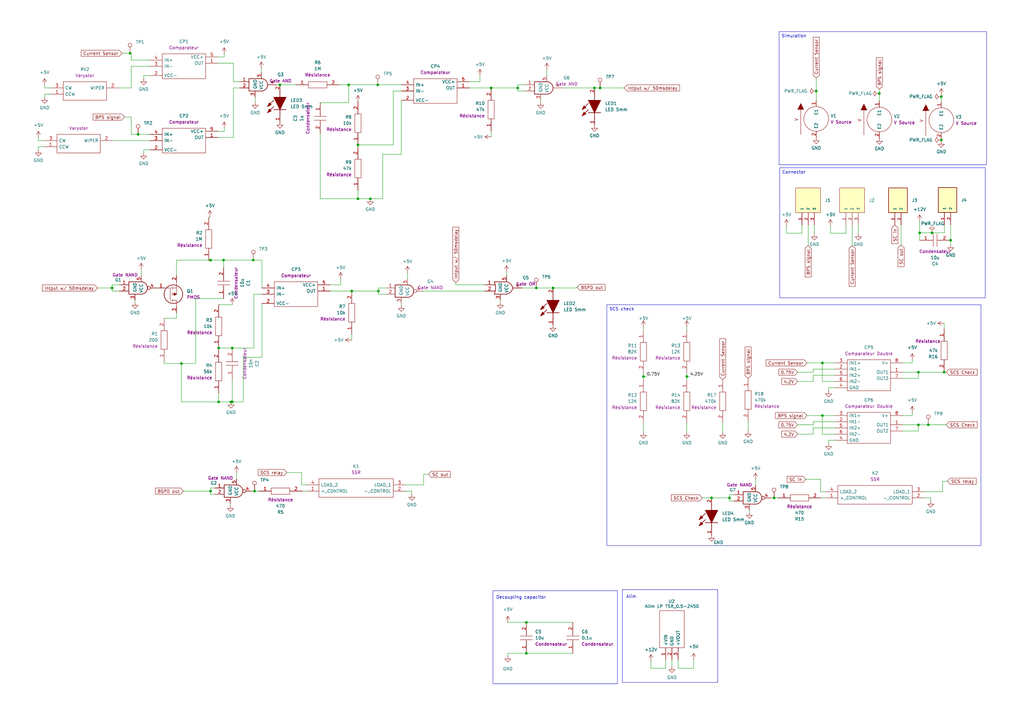
<source format=kicad_sch>
(kicad_sch (version 20231120) (generator "eeschema") (generator_version "8.0")
  (paper "A3")
  (title_block (title "BSPD") (date "2024-03-06") (company "EPSA"))
  (junction (at 299.212 204.216))
  (junction (at 74.422 149.098))
  (junction (at 144.272 119.38))
  (junction (at 103.886 106.68))
  (junction (at 380.746 174.244))
  (junction (at 86.36 106.68))
  (junction (at 215.9 267.97))
  (junction (at 281.686 154.432))
  (junction (at 154.94 34.798))
  (junction (at 146.812 81.534))
  (junction (at 91.694 106.68))
  (junction (at 377.19 95.504))
  (junction (at 243.84 36.068))
  (junction (at 246.126 36.068))
  (junction (at 386.08 57.404))
  (junction (at 89.662 164.846))
  (junction (at 382.27 95.504))
  (junction (at 337.312 148.844))
  (junction (at 376.682 174.244))
  (junction (at 95.25 164.846))
  (junction (at 45.974 118.11))
  (junction (at 94.742 164.846))
  (junction (at 155.194 119.38))
  (junction (at 114.808 34.798))
  (junction (at 389.89 98.552))
  (junction (at 291.846 204.216))
  (junction (at 386.08 39.624))
  (junction (at 146.812 59.436))
  (junction (at 360.68 38.354))
  (junction (at 226.822 118.11))
  (junction (at 219.964 118.11))
  (junction (at 212.344 36.068))
  (junction (at 334.772 37.338))
  (junction (at 86.36 201.422))
  (junction (at 201.422 36.068))
  (junction (at 376.682 152.654))
  (junction (at 151.892 81.534))
  (junction (at 263.906 154.432))
  (junction (at 337.312 170.434))
  (junction (at 143.002 34.798))
  (junction (at 387.223 152.654))
  (junction (at 89.662 142.748))
  (junction (at 56.642 55.118))
  (junction (at 95.25 142.748))
  (junction (at 53.34 21.844))
  (junction (at 215.9 255.27))
  (junction (at 104.394 201.422))
  (junction (at 317.5 204.216))
  (wire (pts (xy 86.36 106.68) (xy 91.694 106.68)))
  (wire (pts (xy 123.698 198.882) (xy 125.73 198.882)))
  (wire (pts (xy 18.288 34.798) (xy 18.288 36.068)))
  (wire (pts (xy 89.408 56.388) (xy 95.758 56.388)))
  (wire (pts (xy 164.592 41.148) (xy 164.592 63.246)))
  (wire (pts (xy 91.948 23.368) (xy 89.408 23.368)))
  (wire (pts (xy 377.19 95.504) (xy 377.19 90.678)))
  (wire (pts (xy 89.662 164.846) (xy 89.662 161.29)))
  (wire (pts (xy 164.592 63.246) (xy 156.972 63.246)))
  (wire (pts (xy 389.89 98.552) (xy 389.89 92.202)))
  (wire (pts (xy 212.344 34.798) (xy 212.344 36.068)))
  (wire (pts (xy 45.974 118.11) (xy 45.974 119.38)))
  (wire (pts (xy 219.964 118.11) (xy 214.122 118.11)))
  (wire (pts (xy 161.29 59.436) (xy 161.29 37.338)))
  (wire (pts (xy 117.602 193.802) (xy 123.698 193.802)))
  (wire (pts (xy 86.36 200.152) (xy 86.36 201.422)))
  (wire (pts (xy 15.748 56.388) (xy 15.748 57.658)))
  (wire (pts (xy 387.223 132.588) (xy 387.223 134.874)))
  (wire (pts (xy 299.212 205.486) (xy 300.99 205.486)))
  (wire (pts (xy 86.36 106.934) (xy 86.36 106.68)))
  (wire (pts (xy 86.106 89.154) (xy 86.106 88.9)))
  (wire (pts (xy 336.804 204.216) (xy 338.582 204.216)))
  (wire (pts (xy 139.7 116.84) (xy 135.382 116.84)))
  (wire (pts (xy 89.662 142.748) (xy 89.662 143.51)))
  (wire (pts (xy 56.642 55.118) (xy 61.468 55.118)))
  (wire (pts (xy 273.05 274.066) (xy 273.05 270.764)))
  (wire (pts (xy 146.812 81.534) (xy 146.812 77.978)))
  (wire (pts (xy 89.408 25.908) (xy 95.758 25.908)))
  (wire (pts (xy 46.228 57.658) (xy 61.468 57.658)))
  (wire (pts (xy 278.13 274.066) (xy 278.13 270.764)))
  (wire (pts (xy 104.648 39.878) (xy 104.648 41.91)))
  (wire (pts (xy 263.906 153.162) (xy 263.906 154.432)))
  (wire (pts (xy 64.262 118.11) (xy 64.77 118.11)))
  (wire (pts (xy 85.598 89.154) (xy 86.106 89.154)))
  (wire (pts (xy 369.57 100.457) (xy 369.57 92.329)))
  (wire (pts (xy 95.25 142.748) (xy 104.14 142.748)))
  (wire (pts (xy 80.264 122.428) (xy 91.694 122.428)))
  (wire (pts (xy 91.694 109.728) (xy 91.694 106.68)))
  (wire (pts (xy 161.29 37.338) (xy 164.592 37.338)))
  (wire (pts (xy 246.126 36.068) (xy 256.032 36.068)))
  (wire (pts (xy 74.422 149.098) (xy 74.422 164.846)))
  (wire (pts (xy 166.37 201.422) (xy 168.91 201.422)))
  (wire (pts (xy 386.588 197.358) (xy 388.62 197.358)))
  (wire (pts (xy 146.812 81.534) (xy 131.318 81.534)))
  (wire (pts (xy 306.832 172.974) (xy 306.832 176.784)))
  (wire (pts (xy 95.758 25.908) (xy 95.758 33.528)))
  (wire (pts (xy 266.954 274.066) (xy 273.05 274.066)))
  (wire (pts (xy 376.682 174.244) (xy 380.746 174.244)))
  (wire (pts (xy 386.08 38.862) (xy 386.08 39.624)))
  (wire (pts (xy 377.19 95.504) (xy 382.27 95.504)))
  (wire (pts (xy 212.344 37.338) (xy 215.392 37.338)))
  (wire (pts (xy 196.85 30.988) (xy 196.85 33.528)))
  (wire (pts (xy 91.948 22.098) (xy 91.948 23.368)))
  (wire (pts (xy 382.27 95.504) (xy 387.35 95.504)))
  (wire (pts (xy 387.35 92.202) (xy 387.35 95.504)))
  (wire (pts (xy 123.952 201.422) (xy 125.73 201.422)))
  (wire (pts (xy 155.194 120.65) (xy 158.242 120.65)))
  (wire (pts (xy 173.482 119.38) (xy 198.882 119.38)))
  (wire (pts (xy 334.772 32.004) (xy 334.772 37.338)))
  (wire (pts (xy 89.662 164.846) (xy 74.422 164.846)))
  (wire (pts (xy 309.88 196.596) (xy 309.88 199.136)))
  (wire (pts (xy 80.264 149.098) (xy 74.422 149.098)))
  (wire (pts (xy 186.944 116.84) (xy 198.882 116.84)))
  (wire (pts (xy 85.598 106.934) (xy 86.36 106.934)))
  (wire (pts (xy 337.312 170.434) (xy 337.312 178.054)))
  (wire (pts (xy 336.55 201.676) (xy 338.582 201.676)))
  (wire (pts (xy 167.132 111.76) (xy 167.132 114.3)))
  (wire (pts (xy 334.772 37.338) (xy 334.772 41.148)))
  (wire (pts (xy 275.59 270.764) (xy 275.59 273.304)))
  (wire (pts (xy 135.382 119.38) (xy 144.272 119.38)))
  (wire (pts (xy 15.748 57.658) (xy 18.288 57.658)))
  (wire (pts (xy 154.94 34.798) (xy 164.592 34.798)))
  (wire (pts (xy 284.48 274.066) (xy 278.13 274.066)))
  (wire (pts (xy 114.808 34.798) (xy 121.412 34.798)))
  (wire (pts (xy 376.682 155.194) (xy 370.332 155.194)))
  (wire (pts (xy 207.772 111.506) (xy 207.772 113.03)))
  (wire (pts (xy 346.964 92.329) (xy 346.964 95.631)))
  (wire (pts (xy 263.906 154.432) (xy 263.906 155.702)))
  (wire (pts (xy 322.58 95.631) (xy 322.58 92.583)))
  (wire (pts (xy 208.28 255.27) (xy 215.9 255.27)))
  (wire (pts (xy 296.418 173.482) (xy 296.418 177.292)))
  (wire (pts (xy 164.592 124.46) (xy 164.592 125.222)))
  (wire (pts (xy 330.962 170.434) (xy 337.312 170.434)))
  (wire (pts (xy 281.686 134.112) (xy 281.686 135.382)))
  (wire (pts (xy 337.312 148.844) (xy 342.392 148.844)))
  (wire (pts (xy 215.9 267.97) (xy 234.95 267.97)))
  (wire (pts (xy 94.742 164.846) (xy 89.662 164.846)))
  (wire (pts (xy 346.964 95.631) (xy 340.614 95.631)))
  (wire (pts (xy 88.138 200.152) (xy 86.36 200.152)))
  (wire (pts (xy 143.002 42.164) (xy 131.318 42.164)))
  (wire (pts (xy 95.25 124.968) (xy 89.662 124.968)))
  (wire (pts (xy 381.762 204.216) (xy 381.762 205.486)))
  (wire (pts (xy 263.906 154.432) (xy 265.176 154.432)))
  (wire (pts (xy 131.318 81.534) (xy 131.318 54.864)))
  (wire (pts (xy 360.68 38.354) (xy 360.68 41.402)))
  (wire (pts (xy 386.08 57.404) (xy 386.08 56.896)))
  (wire (pts (xy 72.39 106.68) (xy 86.36 106.68)))
  (wire (pts (xy 374.142 169.164) (xy 374.142 170.434)))
  (wire (pts (xy 376.682 176.784) (xy 370.332 176.784)))
  (wire (pts (xy 380.746 174.244) (xy 388.112 174.244)))
  (wire (pts (xy 370.332 174.244) (xy 376.682 174.244)))
  (wire (pts (xy 144.272 139.446) (xy 144.272 137.16)))
  (wire (pts (xy 107.442 124.46) (xy 107.442 146.558)))
  (wire (pts (xy 333.502 172.974) (xy 333.502 174.244)))
  (wire (pts (xy 49.022 116.84) (xy 45.974 116.84)))
  (wire (pts (xy 386.08 39.624) (xy 386.08 41.656)))
  (wire (pts (xy 333.502 152.654) (xy 327.152 152.654)))
  (wire (pts (xy 340.614 95.631) (xy 340.614 92.583)))
  (wire (pts (xy 386.588 201.676) (xy 379.222 201.676)))
  (wire (pts (xy 80.264 122.428) (xy 80.264 149.098)))
  (wire (pts (xy 95.25 164.846) (xy 94.742 164.846)))
  (wire (pts (xy 291.846 204.216) (xy 299.212 204.216)))
  (wire (pts (xy 374.142 148.844) (xy 370.332 148.844)))
  (wire (pts (xy 173.736 194.564) (xy 175.768 194.564)))
  (wire (pts (xy 57.912 110.49) (xy 57.912 113.03)))
  (wire (pts (xy 236.474 118.11) (xy 226.822 118.11)))
  (wire (pts (xy 333.502 153.924) (xy 333.502 156.464)))
  (wire (pts (xy 370.332 152.654) (xy 376.682 152.654)))
  (wire (pts (xy 146.812 59.436) (xy 161.29 59.436)))
  (wire (pts (xy 55.372 123.19) (xy 55.372 123.952)))
  (wire (pts (xy 113.538 34.798) (xy 114.808 34.798)))
  (wire (pts (xy 156.972 63.246) (xy 156.972 81.534)))
  (wire (pts (xy 389.89 100.33) (xy 389.89 98.552)))
  (wire (pts (xy 20.828 38.608) (xy 18.288 38.608)))
  (wire (pts (xy 173.736 198.882) (xy 166.37 198.882)))
  (wire (pts (xy 18.288 60.198) (xy 15.748 60.198)))
  (wire (pts (xy 158.242 118.11) (xy 155.194 118.11)))
  (wire (pts (xy 91.948 53.848) (xy 89.408 53.848)))
  (wire (pts (xy 67.31 149.098) (xy 74.422 149.098)))
  (wire (pts (xy 168.91 201.422) (xy 168.91 202.692)))
  (wire (pts (xy 266.954 271.018) (xy 266.954 274.066)))
  (wire (pts (xy 58.928 61.468) (xy 58.928 62.738)))
  (wire (pts (xy 155.194 119.38) (xy 155.194 120.65)))
  (wire (pts (xy 45.974 119.38) (xy 49.022 119.38)))
  (wire (pts (xy 221.742 41.148) (xy 221.742 41.91)))
  (wire (pts (xy 333.502 175.514) (xy 333.502 178.054)))
  (wire (pts (xy 349.504 92.329) (xy 349.504 100.711)))
  (wire (pts (xy 342.392 159.004) (xy 339.852 159.004)))
  (wire (pts (xy 104.394 201.422) (xy 106.172 201.422)))
  (wire (pts (xy 215.9 255.27) (xy 234.95 255.27)))
  (wire (pts (xy 72.39 130.556) (xy 67.31 130.556)))
  (wire (pts (xy 123.698 193.802) (xy 123.698 198.882)))
  (wire (pts (xy 342.392 178.054) (xy 337.312 178.054)))
  (wire (pts (xy 61.468 61.468) (xy 58.928 61.468)))
  (wire (pts (xy 376.682 152.654) (xy 376.682 155.194)))
  (wire (pts (xy 53.848 27.178) (xy 61.468 27.178)))
  (wire (pts (xy 342.392 153.924) (xy 333.502 153.924)))
  (wire (pts (xy 104.14 142.748) (xy 104.14 120.65)))
  (wire (pts (xy 376.682 152.654) (xy 387.223 152.654)))
  (wire (pts (xy 53.848 55.118) (xy 56.642 55.118)))
  (wire (pts (xy 61.468 30.988) (xy 58.928 30.988)))
  (wire (pts (xy 299.212 204.216) (xy 299.212 205.486)))
  (wire (pts (xy 328.93 95.631) (xy 322.58 95.631)))
  (wire (pts (xy 94.488 206.502) (xy 94.488 207.264)))
  (wire (pts (xy 144.272 119.38) (xy 155.194 119.38)))
  (wire (pts (xy 186.944 115.824) (xy 186.944 116.84)))
  (wire (pts (xy 104.14 120.65) (xy 107.442 120.65)))
  (wire (pts (xy 379.222 204.216) (xy 381.762 204.216)))
  (wire (pts (xy 146.812 59.436) (xy 146.812 60.198)))
  (wire (pts (xy 205.232 123.19) (xy 205.232 123.952)))
  (wire (pts (xy 376.682 174.244) (xy 376.682 176.784)))
  (wire (pts (xy 208.28 268.986) (xy 208.28 267.97)))
  (wire (pts (xy 107.442 146.558) (xy 99.822 146.558)))
  (wire (pts (xy 215.392 34.798) (xy 212.344 34.798)))
  (wire (pts (xy 99.822 164.846) (xy 95.25 164.846)))
  (wire (pts (xy 339.852 159.004) (xy 339.852 160.274)))
  (wire (pts (xy 334.01 92.329) (xy 334.01 95.885)))
  (wire (pts (xy 299.212 202.946) (xy 299.212 204.216)))
  (wire (pts (xy 236.728 117.856) (xy 236.474 117.856)))
  (wire (pts (xy 316.23 204.216) (xy 317.5 204.216)))
  (wire (pts (xy 53.848 36.068) (xy 48.768 36.068)))
  (wire (pts (xy 99.822 146.558) (xy 99.822 164.846)))
  (wire (pts (xy 377.19 98.552) (xy 377.19 95.504)))
  (wire (pts (xy 45.974 116.84) (xy 45.974 118.11)))
  (wire (pts (xy 342.392 156.464) (xy 337.312 156.464)))
  (wire (pts (xy 53.848 48.006) (xy 53.848 55.118)))
  (wire (pts (xy 50.038 21.844) (xy 53.34 21.844)))
  (wire (pts (xy 330.454 196.596) (xy 336.55 196.596)))
  (wire (pts (xy 91.694 106.68) (xy 103.886 106.68)))
  (wire (pts (xy 95.25 155.448) (xy 95.25 164.846)))
  (wire (pts (xy 226.822 118.11) (xy 219.964 118.11)))
  (wire (pts (xy 95.758 36.068) (xy 98.298 36.068)))
  (wire (pts (xy 333.502 178.054) (xy 327.152 178.054)))
  (wire (pts (xy 328.93 92.329) (xy 328.93 95.631)))
  (wire (pts (xy 360.68 36.576) (xy 360.68 38.354)))
  (wire (pts (xy 139.7 114.3) (xy 139.7 116.84)))
  (wire (pts (xy 53.848 24.638) (xy 61.468 24.638)))
  (wire (pts (xy 333.502 151.384) (xy 342.392 151.384)))
  (wire (pts (xy 107.442 106.68) (xy 107.442 118.11)))
  (wire (pts (xy 86.36 201.422) (xy 86.36 202.692)))
  (wire (pts (xy 386.588 197.358) (xy 386.588 201.676)))
  (wire (pts (xy 374.142 147.574) (xy 374.142 148.844)))
  (wire (pts (xy 342.392 175.514) (xy 333.502 175.514)))
  (wire (pts (xy 307.34 209.296) (xy 307.34 210.058)))
  (wire (pts (xy 143.002 34.798) (xy 154.94 34.798)))
  (wire (pts (xy 53.34 21.844) (xy 53.848 21.844)))
  (wire (pts (xy 336.55 196.596) (xy 336.55 201.676)))
  (wire (pts (xy 317.5 204.216) (xy 319.024 204.216)))
  (wire (pts (xy 352.044 92.329) (xy 352.044 95.885)))
  (wire (pts (xy 333.502 174.244) (xy 327.152 174.244)))
  (wire (pts (xy 15.748 60.198) (xy 15.748 61.468)))
  (wire (pts (xy 156.972 81.534) (xy 151.892 81.534)))
  (wire (pts (xy 386.08 57.912) (xy 386.08 57.404)))
  (wire (pts (xy 95.758 36.068) (xy 95.758 56.388)))
  (wire (pts (xy 300.99 202.946) (xy 299.212 202.946)))
  (wire (pts (xy 374.142 170.434) (xy 370.332 170.434)))
  (wire (pts (xy 281.686 154.432) (xy 282.956 154.432)))
  (wire (pts (xy 212.344 36.068) (xy 212.344 37.338)))
  (wire (pts (xy 337.312 148.844) (xy 337.312 156.464)))
  (wire (pts (xy 243.84 36.068) (xy 246.126 36.068)))
  (wire (pts (xy 337.312 170.434) (xy 342.392 170.434)))
  (wire (pts (xy 53.848 21.844) (xy 53.848 24.638)))
  (wire (pts (xy 51.054 48.006) (xy 53.848 48.006)))
  (wire (pts (xy 196.85 33.528) (xy 192.532 33.528)))
  (wire (pts (xy 281.686 153.162) (xy 281.686 154.432)))
  (wire (pts (xy 91.948 52.578) (xy 91.948 53.848)))
  (wire (pts (xy 263.906 134.112) (xy 263.906 135.382)))
  (wire (pts (xy 103.378 201.422) (xy 104.394 201.422)))
  (wire (pts (xy 333.502 172.974) (xy 342.392 172.974)))
  (wire (pts (xy 40.005 118.11) (xy 45.974 118.11)))
  (wire (pts (xy 281.686 173.482) (xy 281.686 177.292)))
  (wire (pts (xy 330.962 148.844) (xy 337.312 148.844)))
  (wire (pts (xy 333.502 156.464) (xy 327.152 156.464)))
  (wire (pts (xy 143.002 42.164) (xy 143.002 34.798)))
  (wire (pts (xy 97.028 193.802) (xy 97.028 196.342)))
  (wire (pts (xy 18.288 38.608) (xy 18.288 39.878)))
  (wire (pts (xy 58.928 30.988) (xy 58.928 32.258)))
  (wire (pts (xy 342.392 180.594) (xy 339.852 180.594)))
  (wire (pts (xy 18.288 36.068) (xy 20.828 36.068)))
  (wire (pts (xy 155.194 118.11) (xy 155.194 119.38)))
  (wire (pts (xy 236.474 117.856) (xy 236.474 118.11)))
  (wire (pts (xy 53.848 27.178) (xy 53.848 36.068)))
  (wire (pts (xy 192.532 36.068) (xy 201.422 36.068)))
  (wire (pts (xy 173.736 194.564) (xy 173.736 198.882)))
  (wire (pts (xy 89.662 142.748) (xy 95.25 142.748)))
  (wire (pts (xy 201.422 36.068) (xy 212.344 36.068)))
  (wire (pts (xy 339.852 180.594) (xy 339.852 181.864)))
  (wire (pts (xy 284.48 270.51) (xy 284.48 274.066)))
  (wire (pts (xy 387.223 152.654) (xy 388.112 152.654)))
  (wire (pts (xy 75.184 201.422) (xy 86.36 201.422)))
  (wire (pts (xy 281.686 154.432) (xy 281.686 155.702)))
  (wire (pts (xy 331.47 92.329) (xy 331.47 100.711)))
  (wire (pts (xy 224.282 28.448) (xy 224.282 30.988)))
  (wire (pts (xy 67.31 149.098) (xy 67.31 148.336)))
  (wire (pts (xy 95.758 33.528) (xy 98.298 33.528)))
  (wire (pts (xy 103.886 106.68) (xy 107.442 106.68)))
  (wire (pts (xy 230.632 36.068) (xy 243.84 36.068)))
  (wire (pts (xy 86.36 202.692) (xy 88.138 202.692)))
  (wire (pts (xy 151.892 81.534) (xy 146.812 81.534)))
  (wire (pts (xy 263.906 173.482) (xy 263.906 177.292)))
  (wire (pts (xy 72.39 106.68) (xy 72.39 113.03)))
  (wire (pts (xy 208.28 267.97) (xy 215.9 267.97)))
  (wire (pts (xy 107.188 27.94) (xy 107.188 29.718)))
  (wire (pts (xy 143.002 34.798) (xy 139.192 34.798)))
  (wire (pts (xy 201.422 56.134) (xy 201.422 53.848)))
  (wire (pts (xy 72.39 128.27) (xy 72.39 130.556)))
  (wire (pts (xy 333.502 151.384) (xy 333.502 152.654)))
  (wire (pts (xy 288.036 204.216) (xy 291.846 204.216)))
  (rectangle (start 255.27 241.808) (end 294.386 279.908))
  (rectangle (start 202.184 242.316) (end 253.238 280.416))
  (rectangle (start 262.636 246.634) (end 262.636 246.634))
  (text_box "Connector" (at 319.786 68.834 0) (size 84.328 53.34) (effects (font (size 1.27 1.27)) (justify left top)))
  (text_box "SCS check\n" (at 248.92 124.968 0) (size 153.416 98.806) (effects (font (size 1.27 1.27)) (justify left top)))
  (text_box "Simulation" (at 319.532 12.954 0) (size 85.09 54.61) (effects (font (size 1.27 1.27)) (justify left top)))
  (text "Alim\n" (at 256.794 245.618 0) (effects (font (size 1.27 1.27)) (justify left bottom)))
  (text "Decoupling capacitor" (at 203.454 245.872 0) (effects (font (size 1.27 1.27)) (justify left bottom)))
  (label "4.25V" (at 282.956 154.432 0))
  (label "0.75V" (at 265.176 154.432 0))
  (global_label "SC out" (shape input) (at 175.768 194.564 0) (property "Intersheetrefs" "${INTERSHEET_REFS}" (effects (hide yes))))
  (global_label "SCS relay" (shape input) (at 117.602 193.802 180) (property "Intersheetrefs" "${INTERSHEET_REFS}" (effects (hide yes))))
  (global_label "SCS relay" (shape input) (at 388.62 197.358 0) (property "Intersheetrefs" "${INTERSHEET_REFS}" (effects (hide yes))))
  (global_label "BPS signal" (shape input) (at 331.47 100.711 270) (property "Intersheetrefs" "${INTERSHEET_REFS}" (effects (hide yes))))
  (global_label "Intput w{slash} 50msdelay" (shape input) (at 256.032 36.068 0) (property "Intersheetrefs" "${INTERSHEET_REFS}" (effects (hide yes))))
  (global_label "Current Sensor" (shape input) (at 50.038 21.844 180) (property "Intersheetrefs" "${INTERSHEET_REFS}" (effects (hide yes))))
  (global_label "BPS signal" (shape input) (at 360.68 36.576 90) (property "Intersheetrefs" "${INTERSHEET_REFS}" (effects (hide yes))))
  (global_label "SCS Check" (shape input) (at 388.112 152.654 0) (property "Intersheetrefs" "${INTERSHEET_REFS}" (effects (hide yes))))
  (global_label "0.75V" (shape input) (at 327.152 152.654 180) (property "Intersheetrefs" "${INTERSHEET_REFS}" (effects (hide yes))))
  (global_label "SC out" (shape input) (at 369.57 100.457 270) (property "Intersheetrefs" "${INTERSHEET_REFS}" (effects (hide yes))))
  (global_label "BPS signal" (shape input) (at 330.962 170.434 180) (property "Intersheetrefs" "${INTERSHEET_REFS}" (effects (hide yes))))
  (global_label "Current Sensor" (shape input) (at 296.418 155.702 90) (property "Intersheetrefs" "${INTERSHEET_REFS}" (effects (hide yes))))
  (global_label "BPS signal" (shape input) (at 51.054 48.006 180) (property "Intersheetrefs" "${INTERSHEET_REFS}" (effects (hide yes))))
  (global_label "0.75V" (shape input) (at 327.152 174.244 180) (property "Intersheetrefs" "${INTERSHEET_REFS}" (effects (hide yes))))
  (global_label "SC in" (shape input) (at 367.03 92.329 270) (property "Intersheetrefs" "${INTERSHEET_REFS}" (effects (hide yes))))
  (global_label "4.2V" (shape input) (at 327.152 178.054 180) (property "Intersheetrefs" "${INTERSHEET_REFS}" (effects (hide yes))))
  (global_label "Current Sensor" (shape input) (at 334.772 32.004 90) (property "Intersheetrefs" "${INTERSHEET_REFS}" (effects (hide yes))))
  (global_label "SCS Check" (shape input) (at 388.112 174.244 0) (property "Intersheetrefs" "${INTERSHEET_REFS}" (effects (hide yes))))
  (global_label "Current Sensor" (shape input) (at 330.962 148.844 180) (property "Intersheetrefs" "${INTERSHEET_REFS}" (effects (hide yes))))
  (global_label "BSPD out" (shape input) (at 236.728 117.856 0) (property "Intersheetrefs" "${INTERSHEET_REFS}" (effects (hide yes))))
  (global_label "4.2V" (shape input) (at 327.152 156.464 180) (property "Intersheetrefs" "${INTERSHEET_REFS}" (effects (hide yes))))
  (global_label "SCS Check" (shape input) (at 288.036 204.216 180) (property "Intersheetrefs" "${INTERSHEET_REFS}" (effects (hide yes))))
  (global_label "Intput w{slash} 50msdelay" (shape input) (at 186.944 115.824 90) (property "Intersheetrefs" "${INTERSHEET_REFS}" (effects (hide yes))))
  (global_label "SC in" (shape input) (at 330.454 196.596 180) (property "Intersheetrefs" "${INTERSHEET_REFS}" (effects (hide yes))))
  (global_label "BPS signal" (shape input) (at 306.832 155.194 90) (property "Intersheetrefs" "${INTERSHEET_REFS}" (effects (hide yes))))
  (global_label "Intput w{slash} 50msdelay" (shape input) (at 40.005 118.11 180) (property "Intersheetrefs" "${INTERSHEET_REFS}" (effects (hide yes))))
  (global_label "Current Sensor" (shape input) (at 349.504 100.711 270) (property "Intersheetrefs" "${INTERSHEET_REFS}" (effects (hide yes))))
  (global_label "BSPD out" (shape input) (at 75.184 201.422 180) (property "Intersheetrefs" "${INTERSHEET_REFS}" (effects (hide yes))))
  (symbol (lib_id "EPSA_lib:TestPoint") (at 219.964 118.11 0) (unit 1) (exclude_from_sim yes)
    (property "Reference" "TP6" (at 222.25 113.538 0) (effects (justify left)))
    (property "Value" "${SIM.PARAMS}" (effects (hide yes)))
    (property "Footprint" "TestPoint:TestPoint_Pad_D2.0mm" (effects (hide yes)))
    (property "Sim.Pins" "1=1" (effects (hide yes)))
    (property "Sim.Device" "SPICE" (effects (hide yes)))
    (property "Sim.Params" "type=\"R\" model=\"TestPoint\" lib=\"\"" (effects (hide yes)))
  )
  (symbol (lib_id "EPSA_lib:Résistance RK73H2BLTDD2152F") (at 121.412 34.798 0) (unit 1)
    (property "Reference" "R6" (at 130.302 25.654 0))
    (property "Value" "1M" (at 130.302 28.194 0))
    (property "Footprint" "EPSA_lib:RESC3216X70N" (effects (hide yes)))
    (property "Datasheet" "http://www.koaspeer.com/catimages/Products/RK73H/RK73H.pdf" (effects (hide yes)))
    (property "Description" "Thick Film Resistors - SMD" (effects (hide yes)))
    (property "Sim.Pins" "1=+ 2=-" (effects (hide yes)))
    (property "Sim.Device" "R" (effects (hide yes)))
    (property "Height" "0.7" (effects (hide yes)))
    (property "Manufacturer_Name" "KOA Speer" (effects (hide yes)))
    (property "Manufacturer_Part_Number" "RK73H2BLTDD2152F" (effects (hide yes)))
    (property "Mouser Part Number" "N/A" (effects (hide yes)))
    (property "Mouser Price/Stock" "https://www.mouser.co.uk/ProductDetail/KOA-Speer/RK73H2BLTDD2152F?qs=WeIALVmW3zmyxMFsjVzMRw%3D%3D" (effects (hide yes)))
    (property "Render Name" "Résistance" (at 130.302 30.734 0))
  )
  (symbol (lib_id "power:PWR_FLAG") (at 386.08 39.624 90) (unit 1)
    (property "Reference" "#FLG04" (effects (hide yes)))
    (property "Value" "PWR_FLAG" (at 382.524 39.624 90) (effects (justify left)))
  )
  (symbol (lib_id "power:GND") (at 94.742 164.846 0) (unit 1)
    (property "Reference" "#PWR013" (effects (hide yes)))
    (property "Value" "GND" (at 94.742 169.164 0))
  )
  (symbol (lib_id "power:+5V") (at 15.748 56.388 0) (unit 1)
    (property "Reference" "#PWR01" (effects (hide yes)))
    (property "Value" "+5V" (at 15.748 51.308 0))
  )
  (symbol (lib_id "EPSA_lib:Résistance RK73H2BLTDD2152F") (at 146.812 77.978 270) (mirror x) (unit 1)
    (property "Reference" "R9" (at 144.272 66.548 90) (effects (justify right)))
    (property "Value" "47k" (at 144.272 69.088 90) (effects (justify right)))
    (property "Footprint" "EPSA_lib:RESC3216X70N" (effects (hide yes)))
    (property "Datasheet" "http://www.koaspeer.com/catimages/Products/RK73H/RK73H.pdf" (effects (hide yes)))
    (property "Description" "Thick Film Resistors - SMD" (effects (hide yes)))
    (property "Sim.Pins" "1=+ 2=-" (effects (hide yes)))
    (property "Sim.Device" "R" (effects (hide yes)))
    (property "Height" "0.7" (effects (hide yes)))
    (property "Manufacturer_Name" "KOA Speer" (effects (hide yes)))
    (property "Manufacturer_Part_Number" "RK73H2BLTDD2152F" (effects (hide yes)))
    (property "Mouser Part Number" "N/A" (effects (hide yes)))
    (property "Mouser Price/Stock" "https://www.mouser.co.uk/ProductDetail/KOA-Speer/RK73H2BLTDD2152F?qs=WeIALVmW3zmyxMFsjVzMRw%3D%3D" (effects (hide yes)))
    (property "Render Name" "Résistance" (at 144.272 71.628 90) (effects (justify right)))
  )
  (symbol (lib_id "power:PWR_FLAG") (at 386.08 57.404 90) (unit 1)
    (property "Reference" "#FLG05" (effects (hide yes)))
    (property "Value" "PWR_FLAG" (at 382.524 57.404 90) (effects (justify left)))
  )
  (symbol (lib_id "power:+5V") (at 144.272 139.446 90) (unit 1)
    (property "Reference" "#PWR019" (effects (hide yes)))
    (property "Value" "+5V" (at 140.97 139.446 90) (effects (justify left)))
  )
  (symbol (lib_id "power:+5V") (at 167.132 111.76 0) (unit 1)
    (property "Reference" "#PWR023" (effects (hide yes)))
    (property "Value" "+5V" (at 167.132 107.188 0))
  )
  (symbol (lib_id "EPSA_lib:Résistance RK73H2BLTDD2152F") (at 89.662 142.748 270) (mirror x) (unit 1)
    (property "Reference" "R3" (at 87.122 131.318 90) (effects (justify right)))
    (property "Value" "10k" (at 87.122 133.858 90) (effects (justify right)))
    (property "Footprint" "EPSA_lib:RESC3216X70N" (effects (hide yes)))
    (property "Datasheet" "http://www.koaspeer.com/catimages/Products/RK73H/RK73H.pdf" (effects (hide yes)))
    (property "Description" "Thick Film Resistors - SMD" (effects (hide yes)))
    (property "Sim.Pins" "1=+ 2=-" (effects (hide yes)))
    (property "Sim.Device" "R" (effects (hide yes)))
    (property "Height" "0.7" (effects (hide yes)))
    (property "Manufacturer_Name" "KOA Speer" (effects (hide yes)))
    (property "Manufacturer_Part_Number" "RK73H2BLTDD2152F" (effects (hide yes)))
    (property "Mouser Part Number" "N/A" (effects (hide yes)))
    (property "Mouser Price/Stock" "https://www.mouser.co.uk/ProductDetail/KOA-Speer/RK73H2BLTDD2152F?qs=WeIALVmW3zmyxMFsjVzMRw%3D%3D" (effects (hide yes)))
    (property "Render Name" "Résistance" (at 87.122 136.398 90) (effects (justify right)))
  )
  (symbol (lib_name "Résistance RK73H2BLTDD2152F_1") (lib_id "EPSA_lib:Résistance RK73H2BLTDD2152F") (at 319.024 204.216 0) (mirror x) (unit 1)
    (property "Reference" "R15" (at 327.914 212.852 0))
    (property "Value" "470" (at 327.914 210.312 0))
    (property "Footprint" "EPSA_lib:RESC3216X70N" (effects (hide yes)))
    (property "Datasheet" "http://www.koaspeer.com/catimages/Products/RK73H/RK73H.pdf" (effects (hide yes)))
    (property "Description" "Thick Film Resistors - SMD" (effects (hide yes)))
    (property "Sim.Pins" "1=+ 2=-" (effects (hide yes)))
    (property "Sim.Device" "R" (effects (hide yes)))
    (property "Height" "0.7" (effects (hide yes)))
    (property "Manufacturer_Name" "KOA Speer" (effects (hide yes)))
    (property "Manufacturer_Part_Number" "RK73H2BLTDD2152F" (effects (hide yes)))
    (property "Mouser Part Number" "N/A" (effects (hide yes)))
    (property "Mouser Price/Stock" "https://www.mouser.co.uk/ProductDetail/KOA-Speer/RK73H2BLTDD2152F?qs=WeIALVmW3zmyxMFsjVzMRw%3D%3D" (effects (hide yes)))
    (property "Render Name" "Résistance" (at 327.914 207.772 0))
  )
  (symbol (lib_id "power:+5V") (at 95.25 124.968 0) (unit 1)
    (property "Reference" "#PWR014" (effects (hide yes)))
    (property "Value" "+5V" (at 95.25 120.396 0))
  )
  (symbol (lib_id "power:GND") (at 389.89 100.33 0) (unit 1)
    (property "Reference" "#PWR055" (effects (hide yes)))
    (property "Value" "GND" (at 389.89 104.648 0))
  )
  (symbol (lib_id "power:GND") (at 58.928 32.258 0) (unit 1)
    (property "Reference" "#PWR07" (effects (hide yes)))
    (property "Value" "GND" (at 58.928 36.576 0))
  )
  (symbol (lib_id "power:+5V") (at 387.223 132.588 90) (mirror x) (unit 1)
    (property "Reference" "#PWR054" (effects (hide yes)))
    (property "Value" "+5V" (at 383.921 132.588 90) (effects (justify left)))
  )
  (symbol (lib_id "EPSA_lib:TestPoint") (at 380.746 174.244 0) (unit 1) (exclude_from_sim yes)
    (property "Reference" "TP9" (at 383.032 169.672 0) (effects (justify left)))
    (property "Value" "${SIM.PARAMS}" (effects (hide yes)))
    (property "Footprint" "TestPoint:TestPoint_Pad_D2.0mm" (effects (hide yes)))
    (property "Sim.Pins" "1=1" (effects (hide yes)))
    (property "Sim.Device" "SPICE" (effects (hide yes)))
    (property "Sim.Params" "type=\"R\" model=\"TestPoint\" lib=\"\"" (effects (hide yes)))
  )
  (symbol (lib_id "EPSA_lib:3P Droit 22-11-2032") (at 331.47 82.169 90) (unit 1) (exclude_from_sim yes)
    (property "Reference" "J1" (at 338.328 82.169 90) (effects (justify right)))
    (property "Value" "3P Droit 22-11-2032" (effects (hide yes)))
    (property "Footprint" "EPSA_lib:MOLEX_22-11-2032" (effects (hide yes)))
    (property "Datasheet" "https://www.molex.com/en-us/products/part-detail/22112032?display=pdf" (effects (hide yes)))
    (property "Height" "10.66mm" (effects (hide yes)))
    (property "Render Name" "3P Droit" (effects (hide yes)))
    (property "Manufacturer_Name" "Molex" (effects (hide yes)))
    (property "Manufacturer_Part_Number" "22-11-2032" (effects (hide yes)))
    (property "Mouser Part Number" "538-22-11-2032" (effects (hide yes)))
    (property "Mouser Price/Stock" "https://www.mouser.fr/ProductDetail/Molex/22-11-2032?qs=KHty%2FoMxDPke3knj%252BlB5Gw%3D%3D" (effects (hide yes)))
  )
  (symbol (lib_id "EPSA_lib:Condensateur 0805Y1000104JXT") (at 91.694 122.428 270) (mirror x) (unit 1)
    (property "Reference" "C1" (at 101.854 116.078 0))
    (property "Value" "10u" (at 99.314 116.078 0))
    (property "Footprint" "Capacitor_THT:CP_Radial_D5.0mm_P2.00mm" (effects (hide yes)))
    (property "Datasheet" "http://docs-europe.electrocomponents.com/webdocs/119d/0900766b8119d7bc.pdf" (effects (hide yes)))
    (property "Description" "Syfer 0805 Ceramic Chip Capacitors" (effects (hide yes)))
    (property "Sim.Pins" "1=+ 2=-" (effects (hide yes)))
    (property "Sim.Device" "C" (effects (hide yes)))
    (property "Height" "1.3" (effects (hide yes)))
    (property "Manufacturer_Name" "Syfer" (effects (hide yes)))
    (property "Manufacturer_Part_Number" "0805Y1000104JXT" (effects (hide yes)))
    (property "Render Name" "Condensateur" (at 96.774 116.078 0))
  )
  (symbol (lib_id "power:GND") (at 104.648 41.91 0) (unit 1)
    (property "Reference" "#PWR016" (effects (hide yes)))
    (property "Value" "GND" (at 104.648 46.228 0))
  )
  (symbol (lib_id "power:+5V") (at 107.188 27.94 0) (unit 1)
    (property "Reference" "#PWR017" (effects (hide yes)))
    (property "Value" "+5V" (at 107.188 23.368 0))
  )
  (symbol (lib_id "power:+12V") (at 377.19 90.678 0) (unit 1)
    (property "Reference" "#PWR056" (effects (hide yes)))
    (property "Value" "+12V" (at 377.19 85.852 0))
  )
  (symbol (lib_id "power:PWR_FLAG") (at 382.27 95.504 0) (unit 1)
    (property "Reference" "#FLG01" (effects (hide yes)))
    (property "Value" "PWR_FLAG" (at 382.524 91.694 0))
  )
  (symbol (lib_id "power:GND") (at 15.748 61.468 0) (unit 1)
    (property "Reference" "#PWR02" (effects (hide yes)))
    (property "Value" "GND" (at 15.748 65.786 0))
  )
  (symbol (lib_id "EPSA_lib:LED 5mm") (at 291.846 219.456 90) (unit 1)
    (property "Reference" "LED4" (at 296.164 210.566 90) (effects (justify right)))
    (property "Value" "LED 5mm" (at 296.164 213.106 90) (effects (justify right)))
    (property "Footprint" "EPSA_lib:4302H55V" (effects (hide yes)))
    (property "Datasheet" "https://datasheet.datasheetarchive.com/originals/distributors/Datasheets_SAMA/a41ef812660e98d4a989505f94662604.pdf" (effects (hide yes)))
    (property "Height" "9.06" (effects (hide yes)))
    (property "Mouser Part Number" "606-4302H5-5V" (effects (hide yes)))
    (property "Mouser Price/Stock" "https://www.mouser.co.uk/ProductDetail/VCC/4302H5-5V?qs=qp111mKzDjjxM5ex4WzyIw%3D%3D" (effects (hide yes)))
    (property "Manufacturer_Name" "Visual Communications Company" (effects (hide yes)))
    (property "Manufacturer_Part_Number" "4302H5-5V" (effects (hide yes)))
  )
  (symbol (lib_id "EPSA_lib:Résistance RK73H2BLTDD2152F") (at 85.598 106.934 270) (mirror x) (unit 1)
    (property "Reference" "R2" (at 83.058 95.504 90) (effects (justify right)))
    (property "Value" "1M" (at 83.058 98.044 90) (effects (justify right)))
    (property "Footprint" "EPSA_lib:RESC3216X70N" (effects (hide yes)))
    (property "Datasheet" "http://www.koaspeer.com/catimages/Products/RK73H/RK73H.pdf" (effects (hide yes)))
    (property "Description" "Thick Film Resistors - SMD" (effects (hide yes)))
    (property "Sim.Pins" "1=+ 2=-" (effects (hide yes)))
    (property "Sim.Device" "R" (effects (hide yes)))
    (property "Height" "0.7" (effects (hide yes)))
    (property "Manufacturer_Name" "KOA Speer" (effects (hide yes)))
    (property "Manufacturer_Part_Number" "RK73H2BLTDD2152F" (effects (hide yes)))
    (property "Mouser Part Number" "N/A" (effects (hide yes)))
    (property "Mouser Price/Stock" "https://www.mouser.co.uk/ProductDetail/KOA-Speer/RK73H2BLTDD2152F?qs=WeIALVmW3zmyxMFsjVzMRw%3D%3D" (effects (hide yes)))
    (property "Render Name" "Résistance" (at 83.058 100.584 90) (effects (justify right)))
  )
  (symbol (lib_id "power:GND") (at 205.232 123.952 0) (unit 1)
    (property "Reference" "#PWR027" (effects (hide yes)))
    (property "Value" "GND" (at 205.232 128.27 0))
  )
  (symbol (lib_id "EPSA_lib:Gate NAND SN74AHCT1G00DBVR") (at 52.832 118.11 0) (unit 1)
    (property "Reference" "G1" (at 48.514 114.808 0))
    (property "Value" "Gate NAND SN74AHCT1G00DBVR" (effects (hide yes)))
    (property "Footprint" "EPSA_lib:SOT95P280X145-5N" (effects (hide yes)))
    (property "Datasheet" "http://www.ti.com/lit/gpn/sn74ahct1g00" (effects (hide yes)))
    (property "Description" "Single 2-Input Positive-NAND Gate" (effects (hide yes)))
    (property "Sim.Pins" "4=1 1=2 2=3 5=4 3=5" (effects (hide yes)))
    (property "Sim.Device" "SPICE" (effects (hide yes)))
    (property "Sim.Params" "type=\"X\" model=\"SN74AHCT1G00\" lib=\"${EPSA}\\SpiceModel\\NAND_SN74AHCT1G00.lib\"" (effects (hide yes)))
    (property "Height" "1.45" (effects (hide yes)))
    (property "Manufacturer_Name" "Texas Instruments" (effects (hide yes)))
    (property "Manufacturer_Part_Number" "SN74AHCT1G00DBVR" (effects (hide yes)))
    (property "Mouser Part Number" "595-SN74AHCT1G00DBVR" (effects (hide yes)))
    (property "Mouser Price/Stock" "https://www.mouser.co.uk/ProductDetail/Texas-Instruments/SN74AHCT1G00DBVR?qs=w32V8uFkMxnwwXcMH%2F61Dg%3D%3D" (effects (hide yes)))
    (property "Arrow Part Number" "SN74AHCT1G00DBVR" (effects (hide yes)))
    (property "Arrow Price/Stock" "https://www.arrow.com/en/products/sn74ahct1g00dbvr/texas-instruments" (effects (hide yes)))
    (property "Render Name" "Gate NAND" (at 51.308 112.776 0))
  )
  (symbol (lib_id "EPSA_lib:Gate AND SN74AHCT1G08DBVR") (at 219.202 36.068 0) (unit 1)
    (property "Reference" "G6" (at 232.41 31.8771 0))
    (property "Value" "Gate AND SN74AHCT1G08DBVR" (effects (hide yes)))
    (property "Footprint" "EPSA_lib:SOT95P280X145-5N" (effects (hide yes)))
    (property "Datasheet" "https://datasheet.datasheetarchive.com/originals/distributors/SFDatasheet-6/sf-000128638.pdf" (effects (hide yes)))
    (property "Description" "SN74AHCT1G08DBVR, Logic Gate 2 Input AND, AHCT, 8mA 5V 5-Pin SOT-23" (effects (hide yes)))
    (property "Sim.Pins" "4=1 1=2 2=3 5=4 3=5" (effects (hide yes)))
    (property "Sim.Device" "SPICE" (effects (hide yes)))
    (property "Sim.Params" "type=\"X\" model=\"SN74AHC1G08\" lib=\"${EPSA}\\SpiceModel\\AND_SN74AHC1G08.lib\"" (effects (hide yes)))
    (property "Height" "1.45" (effects (hide yes)))
    (property "Manufacturer_Name" "Texas Instruments" (effects (hide yes)))
    (property "Manufacturer_Part_Number" "SN74AHCT1G08DBVR" (effects (hide yes)))
    (property "Mouser Part Number" "595-SN74AHCT1G08DBVR" (effects (hide yes)))
    (property "Mouser Price/Stock" "https://www.mouser.co.uk/ProductDetail/Texas-Instruments/SN74AHCT1G08DBVR?qs=8Pd2FuFSoMGY9AK%2Ftqwbcw%3D%3D" (effects (hide yes)))
    (property "Arrow Part Number" "SN74AHCT1G08DBVR" (effects (hide yes)))
    (property "Arrow Price/Stock" "https://www.arrow.com/en/products/sn74ahct1g08dbvr/texas-instruments?region=nac" (effects (hide yes)))
    (property "Render Name" "Gate AND" (at 232.41 34.4171 0))
  )
  (symbol (lib_id "power:GND") (at 208.28 268.986 0) (unit 1)
    (property "Reference" "#PWR061" (effects (hide yes)))
    (property "Value" "GND" (at 208.28 274.32 0))
  )
  (symbol (lib_name "Dep_ Comparateur Double LM393LVDR_1") (lib_id "EPSA_lib:Dep_ Comparateur Double LM393LVDR") (at 342.392 171.704 0) (unit 1)
    (property "Reference" "CP6" (at 356.362 164.084 0))
    (property "Value" "Comparateur Double LM393LVDR" (effects (hide yes)))
    (property "Footprint" "EPSA_lib:SOIC127P600X175-8N" (effects (hide yes)))
    (property "Datasheet" "https://www.ti.com/lit/ds/symlink/lm393lv.pdf?ts=1609509320428&ref_url=https%253A%252F%252Feu.mouser.com%252F" (effects (hide yes)))
    (property "Description" "Analog Comparators 1.65-V to 5.5-V, low voltage dual commodity comparator" (effects (hide yes)))
    (property "Sim.Pins" "1=1 2=2 3=3 4=4 5=5 6=6 7=7 8=8" (effects (hide yes)))
    (property "Sim.Device" "SPICE" (effects (hide yes)))
    (property "Sim.Params" "type=\"X\" model=\"LM2903B_Dual\" lib=\"${EPSA}\\SpiceModel\\CD_lm393.lib\"" (effects (hide yes)))
    (property "Height" "1.75" (effects (hide yes)))
    (property "Manufacturer_Name" "Texas Instruments" (effects (hide yes)))
    (property "Manufacturer_Part_Number" "LM393LVDR" (effects (hide yes)))
    (property "Mouser Part Number" "595-LM393LVDR" (effects (hide yes)))
    (property "Mouser Price/Stock" "https://www.mouser.co.uk/ProductDetail/Texas-Instruments/LM393LVDR?qs=zW32dvEIR3vk5%2FzEI25KTQ%3D%3D" (effects (hide yes)))
    (property "Arrow Part Number" "LM393LVDR" (effects (hide yes)))
    (property "Arrow Price/Stock" "https://www.arrow.com/en/products/lm393lvdr/texas-instruments" (effects (hide yes)))
    (property "Render Name" "Comparateur Double" (at 356.362 166.624 0))
  )
  (symbol (lib_id "power:GND") (at 386.08 57.912 0) (unit 1)
    (property "Reference" "#PWR049" (effects (hide yes)))
    (property "Value" "GND" (at 386.08 62.23 0))
  )
  (symbol (lib_id "power:GND") (at 291.846 219.456 0) (unit 1)
    (property "Reference" "#PWR053" (effects (hide yes)))
    (property "Value" "GND" (at 294.64 222.504 0))
  )
  (symbol (lib_id "EPSA_lib:Résistance RK73H2BLTDD2152F") (at 281.686 155.702 270) (unit 1)
    (property "Reference" "R14" (at 279.146 162.052 90) (effects (justify right)))
    (property "Value" "82K" (at 279.146 164.592 90) (effects (justify right)))
    (property "Footprint" "EPSA_lib:RESC3216X70N" (effects (hide yes)))
    (property "Datasheet" "http://www.koaspeer.com/catimages/Products/RK73H/RK73H.pdf" (effects (hide yes)))
    (property "Description" "Thick Film Resistors - SMD" (effects (hide yes)))
    (property "Sim.Pins" "1=+ 2=-" (effects (hide yes)))
    (property "Sim.Device" "R" (effects (hide yes)))
    (property "Height" "0.7" (effects (hide yes)))
    (property "Manufacturer_Name" "KOA Speer" (effects (hide yes)))
    (property "Manufacturer_Part_Number" "RK73H2BLTDD2152F" (effects (hide yes)))
    (property "Mouser Part Number" "N/A" (effects (hide yes)))
    (property "Mouser Price/Stock" "https://www.mouser.co.uk/ProductDetail/KOA-Speer/RK73H2BLTDD2152F?qs=WeIALVmW3zmyxMFsjVzMRw%3D%3D" (effects (hide yes)))
    (property "Render Name" "Résistance" (at 279.146 167.132 90) (effects (justify right)))
  )
  (symbol (lib_id "EPSA_lib:LED 5mm") (at 226.822 133.35 90) (unit 1)
    (property "Reference" "LED2" (at 231.14 124.46 90) (effects (justify right)))
    (property "Value" "LED 5mm" (at 231.14 127 90) (effects (justify right)))
    (property "Footprint" "EPSA_lib:4302H55V" (effects (hide yes)))
    (property "Datasheet" "https://datasheet.datasheetarchive.com/originals/distributors/Datasheets_SAMA/a41ef812660e98d4a989505f94662604.pdf" (effects (hide yes)))
    (property "Height" "9.06" (effects (hide yes)))
    (property "Mouser Part Number" "606-4302H5-5V" (effects (hide yes)))
    (property "Mouser Price/Stock" "https://www.mouser.co.uk/ProductDetail/VCC/4302H5-5V?qs=qp111mKzDjjxM5ex4WzyIw%3D%3D" (effects (hide yes)))
    (property "Manufacturer_Name" "Visual Communications Company" (effects (hide yes)))
    (property "Manufacturer_Part_Number" "4302H5-5V" (effects (hide yes)))
  )
  (symbol (lib_id "power:+5V") (at 374.142 169.164 0) (unit 1)
    (property "Reference" "#PWR046" (effects (hide yes)))
    (property "Value" "+5V" (at 374.142 164.084 0))
  )
  (symbol (lib_id "EPSA_lib:3P Droit 22-11-2032") (at 349.504 82.169 90) (unit 1) (exclude_from_sim yes)
    (property "Reference" "J2" (at 356.362 82.169 90) (effects (justify right)))
    (property "Value" "3P Droit 22-11-2032" (effects (hide yes)))
    (property "Footprint" "EPSA_lib:MOLEX_22-11-2032" (effects (hide yes)))
    (property "Datasheet" "https://www.molex.com/en-us/products/part-detail/22112032?display=pdf" (effects (hide yes)))
    (property "Height" "10.66mm" (effects (hide yes)))
    (property "Render Name" "3P Droit" (effects (hide yes)))
    (property "Manufacturer_Name" "Molex" (effects (hide yes)))
    (property "Manufacturer_Part_Number" "22-11-2032" (effects (hide yes)))
    (property "Mouser Part Number" "538-22-11-2032" (effects (hide yes)))
    (property "Mouser Price/Stock" "https://www.mouser.fr/ProductDetail/Molex/22-11-2032?qs=KHty%2FoMxDPke3knj%252BlB5Gw%3D%3D" (effects (hide yes)))
  )
  (symbol (lib_id "power:+5V") (at 57.912 110.49 0) (unit 1)
    (property "Reference" "#PWR06" (effects (hide yes)))
    (property "Value" "+5V" (at 57.912 105.918 0))
  )
  (symbol (lib_id "EPSA_lib:Gate NAND SN74AHCT1G00DBVR") (at 91.948 201.422 0) (unit 1)
    (property "Reference" "G2" (at 87.63 198.12 0))
    (property "Value" "Gate NAND SN74AHCT1G00DBVR" (effects (hide yes)))
    (property "Footprint" "EPSA_lib:SOT95P280X145-5N" (effects (hide yes)))
    (property "Datasheet" "http://www.ti.com/lit/gpn/sn74ahct1g00" (effects (hide yes)))
    (property "Description" "Single 2-Input Positive-NAND Gate" (effects (hide yes)))
    (property "Sim.Pins" "4=1 1=2 2=3 5=4 3=5" (effects (hide yes)))
    (property "Sim.Device" "SPICE" (effects (hide yes)))
    (property "Sim.Params" "type=\"X\" model=\"SN74AHCT1G00\" lib=\"${EPSA}\\SpiceModel\\NAND_SN74AHCT1G00.lib\"" (effects (hide yes)))
    (property "Height" "1.45" (effects (hide yes)))
    (property "Manufacturer_Name" "Texas Instruments" (effects (hide yes)))
    (property "Manufacturer_Part_Number" "SN74AHCT1G00DBVR" (effects (hide yes)))
    (property "Mouser Part Number" "595-SN74AHCT1G00DBVR" (effects (hide yes)))
    (property "Mouser Price/Stock" "https://www.mouser.co.uk/ProductDetail/Texas-Instruments/SN74AHCT1G00DBVR?qs=w32V8uFkMxnwwXcMH%2F61Dg%3D%3D" (effects (hide yes)))
    (property "Arrow Part Number" "SN74AHCT1G00DBVR" (effects (hide yes)))
    (property "Arrow Price/Stock" "https://www.arrow.com/en/products/sn74ahct1g00dbvr/texas-instruments" (effects (hide yes)))
    (property "Render Name" "Gate NAND" (at 90.424 196.088 0))
  )
  (symbol (lib_id "EPSA_lib:VSOURCE") (at 360.68 47.752 90) (unit 1) (in_bom no) (on_board no)
    (property "Reference" "V2" (at 366.522 47.752 90) (effects (justify right)))
    (property "Value" "5" (effects (hide yes)))
    (property "Sim.Pins" "1=+ 2=-" (effects (hide yes)))
    (property "Sim.Type" "PULSE" (effects (hide yes)))
    (property "Sim.Device" "V" (effects (hide yes)))
    (property "Render Name" "V Source" (at 366.522 50.292 90) (effects (justify right)))
    (property "Sim.Params" "y1=0 y2=5 td=1 tr=0.01 tf=0.01 tw=5 per=10 np=4" (effects (hide yes)))
  )
  (symbol (lib_id "EPSA_lib:Résistance RK73H2BLTDD2152F") (at 89.662 161.29 270) (mirror x) (unit 1)
    (property "Reference" "R4" (at 87.122 149.86 90) (effects (justify right)))
    (property "Value" "56k" (at 87.122 152.4 90) (effects (justify right)))
    (property "Footprint" "EPSA_lib:RESC3216X70N" (effects (hide yes)))
    (property "Datasheet" "http://www.koaspeer.com/catimages/Products/RK73H/RK73H.pdf" (effects (hide yes)))
    (property "Description" "Thick Film Resistors - SMD" (effects (hide yes)))
    (property "Sim.Pins" "1=+ 2=-" (effects (hide yes)))
    (property "Sim.Device" "R" (effects (hide yes)))
    (property "Height" "0.7" (effects (hide yes)))
    (property "Manufacturer_Name" "KOA Speer" (effects (hide yes)))
    (property "Manufacturer_Part_Number" "RK73H2BLTDD2152F" (effects (hide yes)))
    (property "Mouser Part Number" "N/A" (effects (hide yes)))
    (property "Mouser Price/Stock" "https://www.mouser.co.uk/ProductDetail/KOA-Speer/RK73H2BLTDD2152F?qs=WeIALVmW3zmyxMFsjVzMRw%3D%3D" (effects (hide yes)))
    (property "Render Name" "Résistance" (at 87.122 154.94 90) (effects (justify right)))
  )
  (symbol (lib_name "Alim LP TSR_0.5-2450_1") (lib_id "EPSA_lib:Alim LP TSR_0.5-2450") (at 273.05 270.764 90) (unit 1)
    (property "Reference" "U2" (at 274.066 246.634 90) (effects (justify right)))
    (property "Value" "Alim LP TSR_0.5-2450" (at 264.414 248.666 90) (effects (justify right)))
    (property "Footprint" "EPSA_lib:TSR-0.5-2433" (effects (hide yes)))
    (property "Datasheet" "https://tracopower.com/tsr0-5-datasheet/" (effects (hide yes)))
    (property "Description" "0.5 Amp POL switching regulator, 4.75 to -32 VDC input, pos.-pos. circuit, LM78 compatible, SIP-3" (effects (hide yes)))
    (property "Sim.Pins" "1=1 2=2 3=3" (effects (hide yes)))
    (property "Sim.Device" "SPICE" (effects (hide yes)))
    (property "Sim.Params" "type=\"R\" model=\"Alim LP TSR_0.5-2450\" lib=\"\"" (effects (hide yes)))
    (property "Manufacturer_Name" "Traco Power" (effects (hide yes)))
    (property "Manufacturer_Part_Number" "TSR 0.5-2450" (effects (hide yes)))
    (property "Mouser Part Number" "495-TSR0.5-2450" (effects (hide yes)))
    (property "Mouser Price/Stock" "https://www.mouser.co.uk/ProductDetail/TRACO-Power/TSR-0.5-2450?qs=ckJk83FOD0XpEgQBSwF%2FIw%3D%3D" (effects (hide yes)))
    (property "Arrow Part Number" "TSR 0.5-2450" (effects (hide yes)))
    (property "Arrow Price/Stock" "https://www.arrow.com/en/products/tsr0.5-2450/traco-electronic-ag?region=europe" (effects (hide yes)))
    (property "Sim.Enable" "0" (effects (hide yes)))
  )
  (symbol (lib_id "EPSA_lib:Résistance RK73H2BLTDD2152F") (at 67.31 148.336 270) (mirror x) (unit 1)
    (property "Reference" "R1" (at 64.77 136.906 90) (effects (justify right)))
    (property "Value" "200" (at 64.77 139.446 90) (effects (justify right)))
    (property "Footprint" "EPSA_lib:RESC3216X70N" (effects (hide yes)))
    (property "Datasheet" "http://www.koaspeer.com/catimages/Products/RK73H/RK73H.pdf" (effects (hide yes)))
    (property "Description" "Thick Film Resistors - SMD" (effects (hide yes)))
    (property "Sim.Pins" "1=+ 2=-" (effects (hide yes)))
    (property "Sim.Device" "R" (effects (hide yes)))
    (property "Height" "0.7" (effects (hide yes)))
    (property "Manufacturer_Name" "KOA Speer" (effects (hide yes)))
    (property "Manufacturer_Part_Number" "RK73H2BLTDD2152F" (effects (hide yes)))
    (property "Mouser Part Number" "N/A" (effects (hide yes)))
    (property "Mouser Price/Stock" "https://www.mouser.co.uk/ProductDetail/KOA-Speer/RK73H2BLTDD2152F?qs=WeIALVmW3zmyxMFsjVzMRw%3D%3D" (effects (hide yes)))
    (property "Render Name" "Résistance" (at 64.77 141.986 90) (effects (justify right)))
  )
  (symbol (lib_id "EPSA_lib:Résistance RK73H2BLTDD2152F") (at 281.686 135.382 270) (unit 1)
    (property "Reference" "R13" (at 279.146 141.732 90) (effects (justify right)))
    (property "Value" "12K" (at 279.146 144.272 90) (effects (justify right)))
    (property "Footprint" "EPSA_lib:RESC3216X70N" (effects (hide yes)))
    (property "Datasheet" "http://www.koaspeer.com/catimages/Products/RK73H/RK73H.pdf" (effects (hide yes)))
    (property "Description" "Thick Film Resistors - SMD" (effects (hide yes)))
    (property "Sim.Pins" "1=+ 2=-" (effects (hide yes)))
    (property "Sim.Device" "R" (effects (hide yes)))
    (property "Height" "0.7" (effects (hide yes)))
    (property "Manufacturer_Name" "KOA Speer" (effects (hide yes)))
    (property "Manufacturer_Part_Number" "RK73H2BLTDD2152F" (effects (hide yes)))
    (property "Mouser Part Number" "N/A" (effects (hide yes)))
    (property "Mouser Price/Stock" "https://www.mouser.co.uk/ProductDetail/KOA-Speer/RK73H2BLTDD2152F?qs=WeIALVmW3zmyxMFsjVzMRw%3D%3D" (effects (hide yes)))
    (property "Render Name" "Résistance" (at 279.146 146.812 90) (effects (justify right)))
  )
  (symbol (lib_id "power:GND") (at 307.34 210.058 0) (unit 1)
    (property "Reference" "#PWR035" (effects (hide yes)))
    (property "Value" "GND" (at 307.34 214.376 0))
  )
  (symbol (lib_id "EPSA_lib:TestPoint") (at 317.5 204.216 0) (unit 1) (exclude_from_sim yes)
    (property "Reference" "TP8" (at 319.786 199.644 0) (effects (justify left)))
    (property "Value" "${SIM.PARAMS}" (effects (hide yes)))
    (property "Footprint" "TestPoint:TestPoint_Pad_D2.0mm" (effects (hide yes)))
    (property "Sim.Pins" "1=1" (effects (hide yes)))
    (property "Sim.Device" "SPICE" (effects (hide yes)))
    (property "Sim.Params" "type=\"R\" model=\"TestPoint\" lib=\"\"" (effects (hide yes)))
  )
  (symbol (lib_name "Condensateur 0805Y1000104JXT_1") (lib_id "EPSA_lib:Condensateur 0805Y1000104JXT") (at 377.19 98.552 0) (mirror x) (unit 1)
    (property "Reference" "C4" (at 383.54 108.204 0))
    (property "Value" "10u" (at 383.54 105.664 0))
    (property "Footprint" "Capacitor_THT:CP_Radial_D5.0mm_P2.00mm" (effects (hide yes)))
    (property "Datasheet" "http://docs-europe.electrocomponents.com/webdocs/119d/0900766b8119d7bc.pdf" (effects (hide yes)))
    (property "Description" "Syfer 0805 Ceramic Chip Capacitors" (effects (hide yes)))
    (property "Sim.Pins" "1=+ 2=-" (effects (hide yes)))
    (property "Sim.Device" "C" (effects (hide yes)))
    (property "Height" "1.3" (effects (hide yes)))
    (property "Manufacturer_Name" "Syfer" (effects (hide yes)))
    (property "Manufacturer_Part_Number" "0805Y1000104JXT" (effects (hide yes)))
    (property "Render Name" "Condensateur" (at 383.54 103.124 0))
  )
  (symbol (lib_id "power:GND") (at 168.91 202.692 0) (unit 1)
    (property "Reference" "#PWR024" (effects (hide yes)))
    (property "Value" "GND" (at 168.91 207.01 0))
  )
  (symbol (lib_id "EPSA_lib:Résistance RK73H2BLTDD2152F") (at 296.418 155.702 270) (unit 1)
    (property "Reference" "R17" (at 293.878 162.052 90) (effects (justify right)))
    (property "Value" "470k" (at 293.878 164.592 90) (effects (justify right)))
    (property "Footprint" "EPSA_lib:RESC3216X70N" (effects (hide yes)))
    (property "Datasheet" "http://www.koaspeer.com/catimages/Products/RK73H/RK73H.pdf" (effects (hide yes)))
    (property "Description" "Thick Film Resistors - SMD" (effects (hide yes)))
    (property "Sim.Pins" "1=+ 2=-" (effects (hide yes)))
    (property "Sim.Device" "R" (effects (hide yes)))
    (property "Height" "0.7" (effects (hide yes)))
    (property "Manufacturer_Name" "KOA Speer" (effects (hide yes)))
    (property "Manufacturer_Part_Number" "RK73H2BLTDD2152F" (effects (hide yes)))
    (property "Mouser Part Number" "N/A" (effects (hide yes)))
    (property "Mouser Price/Stock" "https://www.mouser.co.uk/ProductDetail/KOA-Speer/RK73H2BLTDD2152F?qs=WeIALVmW3zmyxMFsjVzMRw%3D%3D" (effects (hide yes)))
    (property "Render Name" "Résistance" (at 293.878 167.132 90) (effects (justify right)))
  )
  (symbol (lib_id "EPSA_lib:VSOURCE") (at 386.08 48.006 90) (unit 1) (in_bom no) (on_board no)
    (property "Reference" "V3" (at 391.922 48.006 90) (effects (justify right)))
    (property "Value" "5" (effects (hide yes)))
    (property "Sim.Pins" "1=+ 2=-" (effects (hide yes)))
    (property "Sim.Type" "DC" (effects (hide yes)))
    (property "Sim.Device" "V" (effects (hide yes)))
    (property "Render Name" "V Source" (at 391.922 50.546 90) (effects (justify right)))
  )
  (symbol (lib_id "power:+5V") (at 263.906 134.112 0) (unit 1)
    (property "Reference" "#PWR031" (effects (hide yes)))
    (property "Value" "+5V" (at 263.906 130.556 0))
  )
  (symbol (lib_id "power:GND") (at 296.418 177.292 0) (unit 1)
    (property "Reference" "#PWR062" (effects (hide yes)))
    (property "Value" "GND" (at 296.418 181.61 0))
  )
  (symbol (lib_id "power:+5V") (at 281.686 134.112 0) (unit 1)
    (property "Reference" "#PWR033" (effects (hide yes)))
    (property "Value" "+5V" (at 281.686 130.556 0))
  )
  (symbol (lib_id "power:GND") (at 339.852 181.864 0) (unit 1)
    (property "Reference" "#PWR040" (effects (hide yes)))
    (property "Value" "GND" (at 339.852 186.182 0))
  )
  (symbol (lib_id "EPSA_lib:Comparateur TS391ILT") (at 61.468 24.638 0) (unit 1)
    (property "Reference" "CP1" (at 75.438 17.018 0))
    (property "Value" "Comparateur TS391ILT" (effects (hide yes)))
    (property "Footprint" "EPSA_lib:SOT95P280X145-5N" (effects (hide yes)))
    (property "Datasheet" "http://www.st.com/st-web-ui/static/active/en/resource/technical/document/datasheet/CD00001660.pdf" (effects (hide yes)))
    (property "Description" "TS391ILT, Comparator Open Collector 0.3us 12 V, 15 V, 18 V, 24 V, 28 V, 3 V, 5 V, 9 V 5-Pin SOT-23" (effects (hide yes)))
    (property "Sim.Pins" "4=1 3=2 5=3 2=4 1=5" (effects (hide yes)))
    (property "Sim.Device" "SPICE" (effects (hide yes)))
    (property "Sim.Params" "type=\"X\" model=\"TS391\" lib=\"${EPSA}\\SpiceModel\\C_ts391.lib\"" (effects (hide yes)))
    (property "Height" "1.45" (effects (hide yes)))
    (property "Manufacturer_Name" "STMicroelectronics" (effects (hide yes)))
    (property "Manufacturer_Part_Number" "TS391ILT" (effects (hide yes)))
    (property "Mouser Part Number" "511-TS391IL" (effects (hide yes)))
    (property "Mouser Price/Stock" "https://www.mouser.co.uk/ProductDetail/STMicroelectronics/TS391ILT?qs=P8h1tZw8GcB9GWR61XM17g%3D%3D" (effects (hide yes)))
    (property "Arrow Part Number" "TS391ILT" (effects (hide yes)))
    (property "Arrow Price/Stock" "https://www.arrow.com/en/products/ts391ilt/stmicroelectronics?region=europe" (effects (hide yes)))
    (property "Render Name" "Comparateur" (at 75.438 19.558 0))
  )
  (symbol (lib_id "EPSA_lib:TestPoint") (at 53.34 21.844 0) (unit 1) (exclude_from_sim yes)
    (property "Reference" "TP1" (at 55.626 17.272 0) (effects (justify left)))
    (property "Value" "${SIM.PARAMS}" (effects (hide yes)))
    (property "Footprint" "TestPoint:TestPoint_Pad_D2.0mm" (effects (hide yes)))
    (property "Sim.Pins" "1=1" (effects (hide yes)))
    (property "Sim.Device" "SPICE" (effects (hide yes)))
    (property "Sim.Params" "type=\"R\" model=\"TestPoint\" lib=\"\"" (effects (hide yes)))
  )
  (symbol (lib_id "power:+5V") (at 340.614 92.583 0) (unit 1)
    (property "Reference" "#PWR042" (effects (hide yes)))
    (property "Value" "+5V" (at 340.614 88.011 0))
  )
  (symbol (lib_id "power:+5V") (at 224.282 28.448 0) (unit 1)
    (property "Reference" "#PWR030" (effects (hide yes)))
    (property "Value" "+5V" (at 224.282 23.876 0))
  )
  (symbol (lib_id "EPSA_lib:Résistance RK73H2BLTDD2152F") (at 387.223 134.874 270) (unit 1)
    (property "Reference" "R16" (at 384.683 146.304 90) (effects (justify right)))
    (property "Value" "47k" (at 384.683 143.764 90) (effects (justify right)))
    (property "Footprint" "EPSA_lib:RESC3216X70N" (effects (hide yes)))
    (property "Datasheet" "http://www.koaspeer.com/catimages/Products/RK73H/RK73H.pdf" (effects (hide yes)))
    (property "Description" "Thick Film Resistors - SMD" (effects (hide yes)))
    (property "Sim.Pins" "1=+ 2=-" (effects (hide yes)))
    (property "Sim.Device" "R" (effects (hide yes)))
    (property "Height" "0.7" (effects (hide yes)))
    (property "Manufacturer_Name" "KOA Speer" (effects (hide yes)))
    (property "Manufacturer_Part_Number" "RK73H2BLTDD2152F" (effects (hide yes)))
    (property "Mouser Part Number" "N/A" (effects (hide yes)))
    (property "Mouser Price/Stock" "https://www.mouser.co.uk/ProductDetail/KOA-Speer/RK73H2BLTDD2152F?qs=WeIALVmW3zmyxMFsjVzMRw%3D%3D" (effects (hide yes)))
    (property "Render Name" "Résistance" (at 385.826 139.954 90) (effects (justify right)))
  )
  (symbol (lib_id "power:GND") (at 243.84 51.308 0) (unit 1)
    (property "Reference" "#PWR050" (effects (hide yes)))
    (property "Value" "GND" (at 243.84 55.626 0))
  )
  (symbol (lib_id "power:+5V") (at 139.7 114.3 0) (unit 1)
    (property "Reference" "#PWR018" (effects (hide yes)))
    (property "Value" "+5V" (at 139.7 109.728 0))
  )
  (symbol (lib_id "EPSA_lib:SSR CPC1394GR") (at 125.73 198.882 0) (unit 1)
    (property "Reference" "K1" (at 146.05 191.262 0))
    (property "Value" "SSR CPC1394GR" (effects (hide yes)))
    (property "Footprint" "EPSA_lib:CPC1394GR" (effects (hide yes)))
    (property "Datasheet" "https://componentsearchengine.com/Datasheets/1/CPC1394GR.pdf" (effects (hide yes)))
    (property "Description" "SPST-NO Solid State Relay Solder 120 mA rms/mA dc Surface Mount, DC MOSFET" (effects (hide yes)))
    (property "Sim.Pins" "1=1 2=2 3=3 4=4" (effects (hide yes)))
    (property "Sim.Device" "SPICE" (effects (hide yes)))
    (property "Sim.Params" "type=\"X\" model=\"SWITCH\" lib=\"${EPSA}\\SpiceModel\\SSR.lib\"" (effects (hide yes)))
    (property "Height" "3.556" (effects (hide yes)))
    (property "Manufacturer_Name" "LITTELFUSE" (effects (hide yes)))
    (property "Manufacturer_Part_Number" "CPC1394GR" (effects (hide yes)))
    (property "Mouser Part Number" "849-CPC1394GR" (effects (hide yes)))
    (property "Mouser Price/Stock" "https://www.mouser.co.uk/ProductDetail/IXYS-Integrated-Circuits/CPC1394GR?qs=8uBHJDVwVqyTG8bzDwZMmA%3D%3D" (effects (hide yes)))
    (property "Render Name" "SSR" (at 146.05 193.802 0))
  )
  (symbol (lib_id "power:GND") (at 352.044 95.885 0) (unit 1)
    (property "Reference" "#PWR044" (effects (hide yes)))
    (property "Value" "GND" (at 352.044 100.203 0))
  )
  (symbol (lib_id "power:+5V") (at 201.422 56.134 90) (unit 1)
    (property "Reference" "#PWR026" (effects (hide yes)))
    (property "Value" "+5V" (at 198.12 56.134 90) (effects (justify left)))
  )
  (symbol (lib_id "EPSA_lib:Gate AND SN74AHCT1G08DBVR") (at 102.108 34.798 0) (unit 1)
    (property "Reference" "G3" (at 115.062 30.6071 0))
    (property "Value" "Gate AND SN74AHCT1G08DBVR" (effects (hide yes)))
    (property "Footprint" "EPSA_lib:SOT95P280X145-5N" (effects (hide yes)))
    (property "Datasheet" "https://datasheet.datasheetarchive.com/originals/distributors/SFDatasheet-6/sf-000128638.pdf" (effects (hide yes)))
    (property "Description" "SN74AHCT1G08DBVR, Logic Gate 2 Input AND, AHCT, 8mA 5V 5-Pin SOT-23" (effects (hide yes)))
    (property "Sim.Pins" "4=1 1=2 2=3 5=4 3=5" (effects (hide yes)))
    (property "Sim.Device" "SPICE" (effects (hide yes)))
    (property "Sim.Params" "type=\"X\" model=\"SN74AHC1G08\" lib=\"${EPSA}\\SpiceModel\\AND_SN74AHC1G08.lib\"" (effects (hide yes)))
    (property "Height" "1.45" (effects (hide yes)))
    (property "Manufacturer_Name" "Texas Instruments" (effects (hide yes)))
    (property "Manufacturer_Part_Number" "SN74AHCT1G08DBVR" (effects (hide yes)))
    (property "Mouser Part Number" "595-SN74AHCT1G08DBVR" (effects (hide yes)))
    (property "Mouser Price/Stock" "https://www.mouser.co.uk/ProductDetail/Texas-Instruments/SN74AHCT1G08DBVR?qs=8Pd2FuFSoMGY9AK%2Ftqwbcw%3D%3D" (effects (hide yes)))
    (property "Arrow Part Number" "SN74AHCT1G08DBVR" (effects (hide yes)))
    (property "Arrow Price/Stock" "https://www.arrow.com/en/products/sn74ahct1g08dbvr/texas-instruments?region=nac" (effects (hide yes)))
    (property "Render Name" "Gate AND" (at 115.062 33.1471 0))
  )
  (symbol (lib_id "EPSA_lib:Condensateur 0805Y1000104JXT") (at 95.25 155.448 270) (mirror x) (unit 1)
    (property "Reference" "C2" (at 105.41 149.098 0))
    (property "Value" "10n" (at 102.87 149.098 0))
    (property "Footprint" "EPSA_lib:CAPC2012X130N" (effects (hide yes)))
    (property "Datasheet" "http://docs-europe.electrocomponents.com/webdocs/119d/0900766b8119d7bc.pdf" (effects (hide yes)))
    (property "Description" "Syfer 0805 Ceramic Chip Capacitors" (effects (hide yes)))
    (property "Sim.Pins" "1=+ 2=-" (effects (hide yes)))
    (property "Sim.Device" "C" (effects (hide yes)))
    (property "Height" "1.3" (effects (hide yes)))
    (property "Manufacturer_Name" "Syfer" (effects (hide yes)))
    (property "Manufacturer_Part_Number" "0805Y1000104JXT" (effects (hide yes)))
    (property "Render Name" "Condensateur" (at 100.33 149.098 0))
  )
  (symbol (lib_id "EPSA_lib:Résistance RK73H2BLTDD2152F") (at 146.812 59.436 270) (mirror x) (unit 1)
    (property "Reference" "R8" (at 144.272 48.006 90) (effects (justify right)))
    (property "Value" "10k" (at 144.272 50.546 90) (effects (justify right)))
    (property "Footprint" "EPSA_lib:RESC3216X70N" (effects (hide yes)))
    (property "Datasheet" "http://www.koaspeer.com/catimages/Products/RK73H/RK73H.pdf" (effects (hide yes)))
    (property "Description" "Thick Film Resistors - SMD" (effects (hide yes)))
    (property "Sim.Pins" "1=+ 2=-" (effects (hide yes)))
    (property "Sim.Device" "R" (effects (hide yes)))
    (property "Height" "0.7" (effects (hide yes)))
    (property "Manufacturer_Name" "KOA Speer" (effects (hide yes)))
    (property "Manufacturer_Part_Number" "RK73H2BLTDD2152F" (effects (hide yes)))
    (property "Mouser Part Number" "N/A" (effects (hide yes)))
    (property "Mouser Price/Stock" "https://www.mouser.co.uk/ProductDetail/KOA-Speer/RK73H2BLTDD2152F?qs=WeIALVmW3zmyxMFsjVzMRw%3D%3D" (effects (hide yes)))
    (property "Render Name" "Résistance" (at 144.272 53.086 90) (effects (justify right)))
  )
  (symbol (lib_id "power:GND") (at 263.906 177.292 0) (unit 1)
    (property "Reference" "#PWR032" (effects (hide yes)))
    (property "Value" "GND" (at 263.906 181.61 0))
  )
  (symbol (lib_id "EPSA_lib:2P Droit 2-11-2022") (at 387.35 82.042 90) (unit 1) (exclude_from_sim yes)
    (property "Reference" "J4" (at 394.208 82.042 90) (effects (justify right)))
    (property "Value" "2P Droit 2-11-2022" (effects (hide yes)))
    (property "Footprint" "EPSA_lib:MOLEX_22-11-2022" (effects (hide yes)))
    (property "Datasheet" "https://www.molex.com/en-us/products/part-detail/22112022?display=pdf" (effects (hide yes)))
    (property "Height" "10.66mm" (effects (hide yes)))
    (property "Render Name" "2P Droit" (effects (hide yes)))
    (property "Manufacturer_Name" "Molex" (effects (hide yes)))
    (property "Manufacturer_Part_Number" "22-11-2022" (effects (hide yes)))
    (property "Mouser Part Number" "538-22-11-2022" (effects (hide yes)))
    (property "Mouser Price/Stock" "https://www.mouser.fr/ProductDetail/Molex/22-11-2022?qs=mrPiglD9aYLq1NGrfjXTJg%3D%3D" (effects (hide yes)))
  )
  (symbol (lib_id "EPSA_lib:Résistance RK73H2BLTDD2152F") (at 263.906 155.702 270) (unit 1)
    (property "Reference" "R12" (at 261.366 162.052 90) (effects (justify right)))
    (property "Value" "12K" (at 261.366 164.592 90) (effects (justify right)))
    (property "Footprint" "EPSA_lib:RESC3216X70N" (effects (hide yes)))
    (property "Datasheet" "http://www.koaspeer.com/catimages/Products/RK73H/RK73H.pdf" (effects (hide yes)))
    (property "Description" "Thick Film Resistors - SMD" (effects (hide yes)))
    (property "Sim.Pins" "1=+ 2=-" (effects (hide yes)))
    (property "Sim.Device" "R" (effects (hide yes)))
    (property "Height" "0.7" (effects (hide yes)))
    (property "Manufacturer_Name" "KOA Speer" (effects (hide yes)))
    (property "Manufacturer_Part_Number" "RK73H2BLTDD2152F" (effects (hide yes)))
    (property "Mouser Part Number" "N/A" (effects (hide yes)))
    (property "Mouser Price/Stock" "https://www.mouser.co.uk/ProductDetail/KOA-Speer/RK73H2BLTDD2152F?qs=WeIALVmW3zmyxMFsjVzMRw%3D%3D" (effects (hide yes)))
    (property "Render Name" "Résistance" (at 261.366 167.132 90) (effects (justify right)))
  )
  (symbol (lib_id "power:PWR_FLAG") (at 360.68 38.354 90) (unit 1)
    (property "Reference" "#FLG03" (effects (hide yes)))
    (property "Value" "PWR_FLAG" (at 357.632 38.354 90) (effects (justify left)))
  )
  (symbol (lib_id "EPSA_lib:Résistance RK73H2BLTDD2152F") (at 201.422 53.848 270) (mirror x) (unit 1)
    (property "Reference" "R10" (at 198.882 42.418 90) (effects (justify right)))
    (property "Value" "47k" (at 198.882 44.958 90) (effects (justify right)))
    (property "Footprint" "EPSA_lib:RESC3216X70N" (effects (hide yes)))
    (property "Datasheet" "http://www.koaspeer.com/catimages/Products/RK73H/RK73H.pdf" (effects (hide yes)))
    (property "Description" "Thick Film Resistors - SMD" (effects (hide yes)))
    (property "Sim.Pins" "1=+ 2=-" (effects (hide yes)))
    (property "Sim.Device" "R" (effects (hide yes)))
    (property "Height" "0.7" (effects (hide yes)))
    (property "Manufacturer_Name" "KOA Speer" (effects (hide yes)))
    (property "Manufacturer_Part_Number" "RK73H2BLTDD2152F" (effects (hide yes)))
    (property "Mouser Part Number" "N/A" (effects (hide yes)))
    (property "Mouser Price/Stock" "https://www.mouser.co.uk/ProductDetail/KOA-Speer/RK73H2BLTDD2152F?qs=WeIALVmW3zmyxMFsjVzMRw%3D%3D" (effects (hide yes)))
    (property "Render Name" "Résistance" (at 198.882 47.498 90) (effects (justify right)))
  )
  (symbol (lib_id "power:+5V") (at 196.85 30.988 0) (unit 1)
    (property "Reference" "#PWR025" (effects (hide yes)))
    (property "Value" "+5V" (at 196.85 26.416 0))
  )
  (symbol (lib_id "EPSA_lib:Dep_Comparateur TS391ILT") (at 107.442 118.11 0) (unit 1)
    (property "Reference" "CP3" (at 121.412 110.49 0))
    (property "Value" "Comparateur TS391ILT" (effects (hide yes)))
    (property "Footprint" "EPSA_lib:SOT95P280X145-5N" (effects (hide yes)))
    (property "Datasheet" "http://www.st.com/st-web-ui/static/active/en/resource/technical/document/datasheet/CD00001660.pdf" (effects (hide yes)))
    (property "Description" "TS391ILT, Comparator Open Collector 0.3us 12 V, 15 V, 18 V, 24 V, 28 V, 3 V, 5 V, 9 V 5-Pin SOT-23" (effects (hide yes)))
    (property "Sim.Pins" "4=1 3=2 5=3 2=4 1=5" (effects (hide yes)))
    (property "Sim.Device" "SPICE" (effects (hide yes)))
    (property "Sim.Params" "type=\"X\" model=\"TS391\" lib=\"${EPSA}\\SpiceModel\\C_ts391.lib\"" (effects (hide yes)))
    (property "Height" "1.45" (effects (hide yes)))
    (property "Manufacturer_Name" "STMicroelectronics" (effects (hide yes)))
    (property "Manufacturer_Part_Number" "TS391ILT" (effects (hide yes)))
    (property "Mouser Part Number" "511-TS391IL" (effects (hide yes)))
    (property "Mouser Price/Stock" "https://www.mouser.co.uk/ProductDetail/STMicroelectronics/TS391ILT?qs=P8h1tZw8GcB9GWR61XM17g%3D%3D" (effects (hide yes)))
    (property "Arrow Part Number" "TS391ILT" (effects (hide yes)))
    (property "Arrow Price/Stock" "https://www.arrow.com/en/products/ts391ilt/stmicroelectronics?region=europe" (effects (hide yes)))
    (property "Render Name" "Comparateur" (at 121.412 113.03 0))
  )
  (symbol (lib_id "EPSA_lib:TestPoint") (at 154.94 34.798 0) (unit 1) (exclude_from_sim yes)
    (property "Reference" "TP5" (at 157.226 30.226 0) (effects (justify left)))
    (property "Value" "${SIM.PARAMS}" (effects (hide yes)))
    (property "Footprint" "TestPoint:TestPoint_Pad_D2.0mm" (effects (hide yes)))
    (property "Sim.Pins" "1=1" (effects (hide yes)))
    (property "Sim.Device" "SPICE" (effects (hide yes)))
    (property "Sim.Params" "type=\"R\" model=\"TestPoint\" lib=\"\"" (effects (hide yes)))
  )
  (symbol (lib_id "power:GND") (at 334.772 56.388 0) (unit 1)
    (property "Reference" "#PWR037" (effects (hide yes)))
    (property "Value" "GND" (at 334.772 60.706 0))
  )
  (symbol (lib_name "Condensateur 0805Y1000104JXT_2") (lib_id "EPSA_lib:Condensateur 0805Y1000104JXT") (at 215.9 267.97 90) (unit 1)
    (property "Reference" "C5" (at 219.456 259.08 90) (effects (justify right)))
    (property "Value" "10u" (at 219.456 261.62 90) (effects (justify right)))
    (property "Footprint" "Capacitor_THT:CP_Radial_D5.0mm_P2.00mm" (effects (hide yes)))
    (property "Datasheet" "http://docs-europe.electrocomponents.com/webdocs/119d/0900766b8119d7bc.pdf" (effects (hide yes)))
    (property "Description" "Syfer 0805 Ceramic Chip Capacitors" (effects (hide yes)))
    (property "Sim.Pins" "1=+ 2=-" (effects (hide yes)))
    (property "Sim.Device" "C" (effects (hide yes)))
    (property "Height" "1.3" (effects (hide yes)))
    (property "Manufacturer_Name" "Syfer" (effects (hide yes)))
    (property "Manufacturer_Part_Number" "0805Y1000104JXT" (effects (hide yes)))
    (property "Render Name" "Condensateur" (at 219.456 264.16 90) (effects (justify right)))
  )
  (symbol (lib_id "power:GND") (at 55.372 123.952 0) (unit 1)
    (property "Reference" "#PWR05" (effects (hide yes)))
    (property "Value" "GND" (at 55.372 128.27 0))
  )
  (symbol (lib_id "power:GND") (at 306.832 176.784 0) (unit 1)
    (property "Reference" "#PWR063" (effects (hide yes)))
    (property "Value" "GND" (at 306.832 181.102 0))
  )
  (symbol (lib_id "power:+5V") (at 386.08 38.862 0) (unit 1)
    (property "Reference" "#PWR048" (effects (hide yes)))
    (property "Value" "+5V" (at 386.08 34.29 0))
  )
  (symbol (lib_id "EPSA_lib:TestPoint") (at 56.642 55.118 0) (unit 1) (exclude_from_sim yes)
    (property "Reference" "TP2" (at 58.928 50.546 0) (effects (justify left)))
    (property "Value" "${SIM.PARAMS}" (effects (hide yes)))
    (property "Footprint" "TestPoint:TestPoint_Pad_D2.0mm" (effects (hide yes)))
    (property "Sim.Pins" "1=1" (effects (hide yes)))
    (property "Sim.Device" "SPICE" (effects (hide yes)))
    (property "Sim.Params" "type=\"R\" model=\"TestPoint\" lib=\"\"" (effects (hide yes)))
  )
  (symbol (lib_id "power:+12V") (at 266.954 271.018 0) (unit 1)
    (property "Reference" "#PWR058" (effects (hide yes)))
    (property "Value" "+12V" (at 266.954 266.446 0))
  )
  (symbol (lib_id "EPSA_lib:TestPoint") (at 246.126 36.068 0) (unit 1) (exclude_from_sim yes)
    (property "Reference" "TP7" (at 248.412 31.496 0) (effects (justify left)))
    (property "Value" "${SIM.PARAMS}" (effects (hide yes)))
    (property "Footprint" "TestPoint:TestPoint_Pad_D2.0mm" (effects (hide yes)))
    (property "Sim.Pins" "1=1" (effects (hide yes)))
    (property "Sim.Device" "SPICE" (effects (hide yes)))
    (property "Sim.Params" "type=\"R\" model=\"TestPoint\" lib=\"\"" (effects (hide yes)))
  )
  (symbol (lib_id "power:+5V") (at 91.948 52.578 0) (mirror y) (unit 1)
    (property "Reference" "#PWR011" (effects (hide yes)))
    (property "Value" "+5V" (at 91.948 47.498 0))
  )
  (symbol (lib_id "EPSA_lib:Résistance RK73H2BLTDD2152F") (at 306.832 155.194 90) (mirror x) (unit 1)
    (property "Reference" "R18" (at 309.372 161.544 90) (effects (justify right)))
    (property "Value" "470k" (at 309.372 164.084 90) (effects (justify right)))
    (property "Footprint" "EPSA_lib:RESC3216X70N" (effects (hide yes)))
    (property "Datasheet" "http://www.koaspeer.com/catimages/Products/RK73H/RK73H.pdf" (effects (hide yes)))
    (property "Description" "Thick Film Resistors - SMD" (effects (hide yes)))
    (property "Sim.Pins" "1=+ 2=-" (effects (hide yes)))
    (property "Sim.Device" "R" (effects (hide yes)))
    (property "Height" "0.7" (effects (hide yes)))
    (property "Manufacturer_Name" "KOA Speer" (effects (hide yes)))
    (property "Manufacturer_Part_Number" "RK73H2BLTDD2152F" (effects (hide yes)))
    (property "Mouser Part Number" "N/A" (effects (hide yes)))
    (property "Mouser Price/Stock" "https://www.mouser.co.uk/ProductDetail/KOA-Speer/RK73H2BLTDD2152F?qs=WeIALVmW3zmyxMFsjVzMRw%3D%3D" (effects (hide yes)))
    (property "Render Name" "Résistance" (at 309.372 166.624 90) (effects (justify right)))
  )
  (symbol (lib_id "EPSA_lib:Varystor 3296Y-1-223LF") (at 46.228 57.658 0) (mirror y) (unit 1)
    (property "Reference" "RV1" (effects (hide yes)))
    (property "Value" "Varystor 3296Y-1-223LF" (effects (hide yes)))
    (property "Footprint" "EPSA_lib:3296Y1223LF" (effects (hide yes)))
    (property "Datasheet" "https://www.bourns.com/docs/Product-Datasheets/3296.pdf" (effects (hide yes)))
    (property "Description" "Bourns 3296Y Series 25-Turn Through Hole Cermet Trimmer Resistor with Solder Pin Terminations, 22k +/-10% 0.5W +/-100ppm/C" (effects (hide yes)))
    (property "Sim.Pins" "1=1 2=2 3=3" (effects (hide yes)))
    (property "Sim.Device" "SPICE" (effects (hide yes)))
    (property "Sim.Params" "type=\"X\" model=\"VARYSTOR\" lib=\"${EPSA}\\SpiceModel\\VARYSTOR.lib\"" (effects (hide yes)))
    (property "Height" "11.8" (effects (hide yes)))
    (property "Manufacturer_Name" "Bourns" (effects (hide yes)))
    (property "Manufacturer_Part_Number" "3296Y-1-223LF" (effects (hide yes)))
    (property "Mouser Part Number" "652-3296Y-1-223LF" (effects (hide yes)))
    (property "Mouser Price/Stock" "https://www.mouser.co.uk/ProductDetail/Bourns/3296Y-1-223LF?qs=RUdTbCszRyG%2Fz0rQkQfbLg%3D%3D" (effects (hide yes)))
    (property "Arrow Part Number" "3296Y-1-223LF" (effects (hide yes)))
    (property "Arrow Price/Stock" "https://www.arrow.com/en/products/3296y-1-223lf/bourns" (effects (hide yes)))
    (property "Render Name" "Varystor" (at 32.258 52.578 0))
  )
  (symbol (lib_id "power:GND") (at 151.892 81.534 0) (unit 1)
    (property "Reference" "#PWR021" (effects (hide yes)))
    (property "Value" "GND" (at 151.892 85.852 0))
  )
  (symbol (lib_id "EPSA_lib:Gate NAND SN74AHCT1G00DBVR") (at 304.8 204.216 0) (unit 1)
    (property "Reference" "G7" (at 300.482 200.914 0))
    (property "Value" "Gate NAND SN74AHCT1G00DBVR" (effects (hide yes)))
    (property "Footprint" "EPSA_lib:SOT95P280X145-5N" (effects (hide yes)))
    (property "Datasheet" "http://www.ti.com/lit/gpn/sn74ahct1g00" (effects (hide yes)))
    (property "Description" "Single 2-Input Positive-NAND Gate" (effects (hide yes)))
    (property "Sim.Pins" "4=1 1=2 2=3 5=4 3=5" (effects (hide yes)))
    (property "Sim.Device" "SPICE" (effects (hide yes)))
    (property "Sim.Params" "type=\"X\" model=\"SN74AHCT1G00\" lib=\"${EPSA}\\SpiceModel\\NAND_SN74AHCT1G00.lib\"" (effects (hide yes)))
    (property "Height" "1.45" (effects (hide yes)))
    (property "Manufacturer_Name" "Texas Instruments" (effects (hide yes)))
    (property "Manufacturer_Part_Number" "SN74AHCT1G00DBVR" (effects (hide yes)))
    (property "Mouser Part Number" "595-SN74AHCT1G00DBVR" (effects (hide yes)))
    (property "Mouser Price/Stock" "https://www.mouser.co.uk/ProductDetail/Texas-Instruments/SN74AHCT1G00DBVR?qs=w32V8uFkMxnwwXcMH%2F61Dg%3D%3D" (effects (hide yes)))
    (property "Arrow Part Number" "SN74AHCT1G00DBVR" (effects (hide yes)))
    (property "Arrow Price/Stock" "https://www.arrow.com/en/products/sn74ahct1g00dbvr/texas-instruments" (effects (hide yes)))
    (property "Render Name" "Gate NAND" (at 303.276 198.882 0))
  )
  (symbol (lib_id "power:GND") (at 226.822 133.35 0) (unit 1)
    (property "Reference" "#PWR051" (effects (hide yes)))
    (property "Value" "GND" (at 226.822 137.668 0))
  )
  (symbol (lib_id "EPSA_lib:Résistance RK73H2BLTDD2152F") (at 144.272 137.16 270) (mirror x) (unit 1)
    (property "Reference" "R7" (at 141.732 125.73 90) (effects (justify right)))
    (property "Value" "10k" (at 141.732 128.27 90) (effects (justify right)))
    (property "Footprint" "EPSA_lib:RESC3216X70N" (effects (hide yes)))
    (property "Datasheet" "http://www.koaspeer.com/catimages/Products/RK73H/RK73H.pdf" (effects (hide yes)))
    (property "Description" "Thick Film Resistors - SMD" (effects (hide yes)))
    (property "Sim.Pins" "1=+ 2=-" (effects (hide yes)))
    (property "Sim.Device" "R" (effects (hide yes)))
    (property "Height" "0.7" (effects (hide yes)))
    (property "Manufacturer_Name" "KOA Speer" (effects (hide yes)))
    (property "Manufacturer_Part_Number" "RK73H2BLTDD2152F" (effects (hide yes)))
    (property "Mouser Part Number" "N/A" (effects (hide yes)))
    (property "Mouser Price/Stock" "https://www.mouser.co.uk/ProductDetail/KOA-Speer/RK73H2BLTDD2152F?qs=WeIALVmW3zmyxMFsjVzMRw%3D%3D" (effects (hide yes)))
    (property "Render Name" "Résistance" (at 141.732 130.81 90) (effects (justify right)))
  )
  (symbol (lib_id "power:GND") (at 18.288 39.878 0) (unit 1)
    (property "Reference" "#PWR04" (effects (hide yes)))
    (property "Value" "GND" (at 18.288 44.196 0))
  )
  (symbol (lib_id "power:GND") (at 58.928 62.738 0) (unit 1)
    (property "Reference" "#PWR08" (effects (hide yes)))
    (property "Value" "GND" (at 58.928 67.056 0))
  )
  (symbol (lib_id "EPSA_lib:TestPoint") (at 104.394 201.422 0) (unit 1) (exclude_from_sim yes)
    (property "Reference" "TP4" (at 106.68 196.85 0) (effects (justify left)))
    (property "Value" "${SIM.PARAMS}" (effects (hide yes)))
    (property "Footprint" "TestPoint:TestPoint_Pad_D2.0mm" (effects (hide yes)))
    (property "Sim.Pins" "1=1" (effects (hide yes)))
    (property "Sim.Device" "SPICE" (effects (hide yes)))
    (property "Sim.Params" "type=\"R\" model=\"TestPoint\" lib=\"\"" (effects (hide yes)))
  )
  (symbol (lib_id "power:+5V") (at 284.48 270.51 0) (unit 1)
    (property "Reference" "#PWR059" (effects (hide yes)))
    (property "Value" "+5V" (at 284.48 265.176 0))
  )
  (symbol (lib_id "power:GND") (at 114.808 50.038 0) (unit 1)
    (property "Reference" "#PWR052" (effects (hide yes)))
    (property "Value" "GND" (at 114.808 54.356 0))
  )
  (symbol (lib_id "power:GND") (at 281.686 177.292 0) (unit 1)
    (property "Reference" "#PWR034" (effects (hide yes)))
    (property "Value" "GND" (at 281.686 181.61 0))
  )
  (symbol (lib_id "power:GND") (at 334.01 95.885 0) (unit 1)
    (property "Reference" "#PWR041" (effects (hide yes)))
    (property "Value" "GND" (at 334.01 100.203 0))
  )
  (symbol (lib_id "EPSA_lib:SSR CPC1394GR") (at 338.582 201.676 0) (unit 1)
    (property "Reference" "K2" (at 358.902 194.056 0))
    (property "Value" "SSR CPC1394GR" (effects (hide yes)))
    (property "Footprint" "EPSA_lib:CPC1394GR" (effects (hide yes)))
    (property "Datasheet" "https://componentsearchengine.com/Datasheets/1/CPC1394GR.pdf" (effects (hide yes)))
    (property "Description" "SPST-NO Solid State Relay Solder 120 mA rms/mA dc Surface Mount, DC MOSFET" (effects (hide yes)))
    (property "Sim.Pins" "1=1 2=2 3=3 4=4" (effects (hide yes)))
    (property "Sim.Device" "SPICE" (effects (hide yes)))
    (property "Sim.Params" "type=\"X\" model=\"SWITCH\" lib=\"${EPSA}\\SpiceModel\\SSR.lib\"" (effects (hide yes)))
    (property "Height" "3.556" (effects (hide yes)))
    (property "Manufacturer_Name" "LITTELFUSE" (effects (hide yes)))
    (property "Manufacturer_Part_Number" "CPC1394GR" (effects (hide yes)))
    (property "Mouser Part Number" "849-CPC1394GR" (effects (hide yes)))
    (property "Mouser Price/Stock" "https://www.mouser.co.uk/ProductDetail/IXYS-Integrated-Circuits/CPC1394GR?qs=8uBHJDVwVqyTG8bzDwZMmA%3D%3D" (effects (hide yes)))
    (property "Render Name" "SSR" (at 358.902 196.596 0))
  )
  (symbol (lib_id "power:PWR_FLAG") (at 334.772 37.338 90) (unit 1)
    (property "Reference" "#FLG02" (effects (hide yes)))
    (property "Value" "PWR_FLAG" (at 331.216 37.338 90) (effects (justify left)))
  )
  (symbol (lib_id "EPSA_lib:LED 5mm") (at 114.808 50.038 90) (unit 1)
    (property "Reference" "LED3" (at 119.126 41.148 90) (effects (justify right)))
    (property "Value" "LED 5mm" (at 119.126 43.688 90) (effects (justify right)))
    (property "Footprint" "EPSA_lib:4302H55V" (effects (hide yes)))
    (property "Datasheet" "https://datasheet.datasheetarchive.com/originals/distributors/Datasheets_SAMA/a41ef812660e98d4a989505f94662604.pdf" (effects (hide yes)))
    (property "Height" "9.06" (effects (hide yes)))
    (property "Mouser Part Number" "606-4302H5-5V" (effects (hide yes)))
    (property "Mouser Price/Stock" "https://www.mouser.co.uk/ProductDetail/VCC/4302H5-5V?qs=qp111mKzDjjxM5ex4WzyIw%3D%3D" (effects (hide yes)))
    (property "Manufacturer_Name" "Visual Communications Company" (effects (hide yes)))
    (property "Manufacturer_Part_Number" "4302H5-5V" (effects (hide yes)))
  )
  (symbol (lib_id "EPSA_lib:2P Droit 2-11-2022") (at 367.03 82.169 90) (unit 1) (exclude_from_sim yes)
    (property "Reference" "J3" (at 373.888 82.169 90) (effects (justify right)))
    (property "Value" "2P Droit 2-11-2022" (effects (hide yes)))
    (property "Footprint" "EPSA_lib:MOLEX_22-11-2022" (effects (hide yes)))
    (property "Datasheet" "https://www.molex.com/en-us/products/part-detail/22112022?display=pdf" (effects (hide yes)))
    (property "Height" "10.66mm" (effects (hide yes)))
    (property "Render Name" "2P Droit" (effects (hide yes)))
    (property "Manufacturer_Name" "Molex" (effects (hide yes)))
    (property "Manufacturer_Part_Number" "22-11-2022" (effects (hide yes)))
    (property "Mouser Part Number" "538-22-11-2022" (effects (hide yes)))
    (property "Mouser Price/Stock" "https://www.mouser.fr/ProductDetail/Molex/22-11-2022?qs=mrPiglD9aYLq1NGrfjXTJg%3D%3D" (effects (hide yes)))
  )
  (symbol (lib_id "EPSA_lib:Gate OR SN74AHCT1G32DBVR") (at 202.692 118.11 0) (unit 1)
    (property "Reference" "G5" (at 215.646 113.9191 0))
    (property "Value" "Gate OR SN74AHCT1G32DBVR" (effects (hide yes)))
    (property "Footprint" "EPSA_lib:SOT95P280X145-5N" (effects (hide yes)))
    (property "Datasheet" "http://www.ti.com/lit/ds/symlink/sn74ahct1g32.pdf" (effects (hide yes)))
    (property "Description" "2-Input Positive-OR Gate SN74AHCT1G32DBV" (effects (hide yes)))
    (property "Sim.Pins" "4=1 1=2 2=3 5=4 3=5" (effects (hide yes)))
    (property "Sim.Device" "SPICE" (effects (hide yes)))
    (property "Sim.Params" "type=\"X\" model=\"SN74AHCT1G32\" lib=\"${EPSA}\\SpiceModel\\OR_SN74AHCT1G32.lib\"" (effects (hide yes)))
    (property "Height" "1.45" (effects (hide yes)))
    (property "Manufacturer_Name" "Texas Instruments" (effects (hide yes)))
    (property "Manufacturer_Part_Number" "SN74AHCT1G32DBVR" (effects (hide yes)))
    (property "Mouser Part Number" "595-SN74AHCT1G32DBVR" (effects (hide yes)))
    (property "Mouser Price/Stock" "https://www.mouser.co.uk/ProductDetail/Texas-Instruments/SN74AHCT1G32DBVR?qs=0le1rQK8zxpIB8pUTaKa9Q%3D%3D" (effects (hide yes)))
    (property "Arrow Part Number" "SN74AHCT1G32DBVR" (effects (hide yes)))
    (property "Arrow Price/Stock" "https://www.arrow.com/en/products/sn74ahct1g32dbvr/texas-instruments" (effects (hide yes)))
    (property "Render Name" "Gate OR" (at 215.646 116.4591 0))
  )
  (symbol (lib_id "EPSA_lib:PMOS SI2343CDS-T1-GE3") (at 75.565 120.015 90) (mirror x) (unit 1)
    (property "Reference" "Q1" (at 76.5556 119.38 90) (effects (justify right)))
    (property "Value" "PMOS SI2343CDS-T1-GE3" (effects (hide yes)))
    (property "Footprint" "EPSA_lib:SOT95P237X112-3N" (effects (hide yes)))
    (property "Datasheet" "https://datasheet.datasheetarchive.com/originals/distributors/Datasheets-DGA23/1582493.pdf" (effects (hide yes)))
    (property "Description" "Trans MOSFET P-CH 30V 4.2A 3-Pin Vishay SI2343CDS-T1-GE3 P-channel MOSFET Transistor, 4.7 A, -30 V, 3-Pin TO-236" (effects (hide yes)))
    (property "Sim.Pins" "3=1 1=2 2=3" (effects (hide yes)))
    (property "Sim.Device" "SPICE" (effects (hide yes)))
    (property "Sim.Params" "type=\"X\" model=\"Si2343CDS\" lib=\"${EPSA}\\SpiceModel\\PMOS_si2343cds_ps Rev B.lib\"" (effects (hide yes)))
    (property "Height" "1.12" (effects (hide yes)))
    (property "Manufacturer_Name" "Vishay" (effects (hide yes)))
    (property "Manufacturer_Part_Number" "SI2343CDS-T1-GE3" (effects (hide yes)))
    (property "Mouser Part Number" "781-SI2343CDS-T1-GE3" (effects (hide yes)))
    (property "Mouser Price/Stock" "https://www.mouser.co.uk/ProductDetail/Vishay-Semiconductors/SI2343CDS-T1-GE3?qs=WX95TUc1y56rXCTRPp%252BkZQ%3D%3D" (effects (hide yes)))
    (property "Render Name" "PMOS" (at 76.5556 121.92 90) (effects (justify right)))
  )
  (symbol (lib_id "power:+5V") (at 97.028 193.802 0) (unit 1)
    (property "Reference" "#PWR015" (effects (hide yes)))
    (property "Value" "+5V" (at 97.028 189.23 0))
  )
  (symbol (lib_id "power:+5V") (at 207.772 111.506 0) (unit 1)
    (property "Reference" "#PWR028" (effects (hide yes)))
    (property "Value" "+5V" (at 207.772 106.934 0))
  )
  (symbol (lib_id "EPSA_lib:Dep_Comparateur TS391ILT") (at 164.592 34.798 0) (unit 1)
    (property "Reference" "CP4" (at 178.562 27.178 0))
    (property "Value" "Comparateur TS391ILT" (effects (hide yes)))
    (property "Footprint" "EPSA_lib:SOT95P280X145-5N" (effects (hide yes)))
    (property "Datasheet" "http://www.st.com/st-web-ui/static/active/en/resource/technical/document/datasheet/CD00001660.pdf" (effects (hide yes)))
    (property "Description" "TS391ILT, Comparator Open Collector 0.3us 12 V, 15 V, 18 V, 24 V, 28 V, 3 V, 5 V, 9 V 5-Pin SOT-23" (effects (hide yes)))
    (property "Sim.Pins" "4=1 3=2 5=3 2=4 1=5" (effects (hide yes)))
    (property "Sim.Device" "SPICE" (effects (hide yes)))
    (property "Sim.Params" "type=\"X\" model=\"TS391\" lib=\"${EPSA}\\SpiceModel\\C_ts391.lib\"" (effects (hide yes)))
    (property "Height" "1.45" (effects (hide yes)))
    (property "Manufacturer_Name" "STMicroelectronics" (effects (hide yes)))
    (property "Manufacturer_Part_Number" "TS391ILT" (effects (hide yes)))
    (property "Mouser Part Number" "511-TS391IL" (effects (hide yes)))
    (property "Mouser Price/Stock" "https://www.mouser.co.uk/ProductDetail/STMicroelectronics/TS391ILT?qs=P8h1tZw8GcB9GWR61XM17g%3D%3D" (effects (hide yes)))
    (property "Arrow Part Number" "TS391ILT" (effects (hide yes)))
    (property "Arrow Price/Stock" "https://www.arrow.com/en/products/ts391ilt/stmicroelectronics?region=europe" (effects (hide yes)))
    (property "Render Name" "Comparateur" (at 178.562 29.718 0))
  )
  (symbol (lib_id "power:+5V") (at 91.948 22.098 0) (mirror y) (unit 1)
    (property "Reference" "#PWR010" (effects (hide yes)))
    (property "Value" "+5V" (at 91.948 17.018 0))
  )
  (symbol (lib_id "power:GND") (at 339.852 160.274 0) (unit 1)
    (property "Reference" "#PWR039" (effects (hide yes)))
    (property "Value" "GND" (at 339.852 164.592 0))
  )
  (symbol (lib_name "Résistance RK73H2BLTDD2152F_1") (lib_id "EPSA_lib:Résistance RK73H2BLTDD2152F") (at 106.172 201.422 0) (mirror x) (unit 1)
    (property "Reference" "R5" (at 115.062 210.058 0))
    (property "Value" "470" (at 115.062 207.518 0))
    (property "Footprint" "EPSA_lib:RESC3216X70N" (effects (hide yes)))
    (property "Datasheet" "http://www.koaspeer.com/catimages/Products/RK73H/RK73H.pdf" (effects (hide yes)))
    (property "Description" "Thick Film Resistors - SMD" (effects (hide yes)))
    (property "Sim.Pins" "1=+ 2=-" (effects (hide yes)))
    (property "Sim.Device" "R" (effects (hide yes)))
    (property "Height" "0.7" (effects (hide yes)))
    (property "Manufacturer_Name" "KOA Speer" (effects (hide yes)))
    (property "Manufacturer_Part_Number" "RK73H2BLTDD2152F" (effects (hide yes)))
    (property "Mouser Part Number" "N/A" (effects (hide yes)))
    (property "Mouser Price/Stock" "https://www.mouser.co.uk/ProductDetail/KOA-Speer/RK73H2BLTDD2152F?qs=WeIALVmW3zmyxMFsjVzMRw%3D%3D" (effects (hide yes)))
    (property "Render Name" "Résistance" (at 115.062 204.978 0))
  )
  (symbol (lib_id "power:+5V") (at 322.58 92.583 0) (unit 1)
    (property "Reference" "#PWR038" (effects (hide yes)))
    (property "Value" "+5V" (at 322.58 88.011 0))
  )
  (symbol (lib_id "EPSA_lib:Varystor 3296Y-1-223LF") (at 48.768 36.068 0) (mirror y) (unit 1)
    (property "Reference" "RV2" (at 34.798 28.448 0))
    (property "Value" "Varystor 3296Y-1-223LF" (effects (hide yes)))
    (property "Footprint" "EPSA_lib:3296Y1223LF" (effects (hide yes)))
    (property "Datasheet" "https://www.bourns.com/docs/Product-Datasheets/3296.pdf" (effects (hide yes)))
    (property "Description" "Bourns 3296Y Series 25-Turn Through Hole Cermet Trimmer Resistor with Solder Pin Terminations, 22k +/-10% 0.5W +/-100ppm/C" (effects (hide yes)))
    (property "Sim.Pins" "1=1 2=2 3=3" (effects (hide yes)))
    (property "Sim.Device" "SPICE" (effects (hide yes)))
    (property "Sim.Params" "type=\"X\" model=\"VARYSTOR\" lib=\"${EPSA}\\SpiceModel\\VARYSTOR.lib\"" (effects (hide yes)))
    (property "Height" "11.8" (effects (hide yes)))
    (property "Manufacturer_Name" "Bourns" (effects (hide yes)))
    (property "Manufacturer_Part_Number" "3296Y-1-223LF" (effects (hide yes)))
    (property "Mouser Part Number" "652-3296Y-1-223LF" (effects (hide yes)))
    (property "Mouser Price/Stock" "https://www.mouser.co.uk/ProductDetail/Bourns/3296Y-1-223LF?qs=RUdTbCszRyG%2Fz0rQkQfbLg%3D%3D" (effects (hide yes)))
    (property "Arrow Part Number" "3296Y-1-223LF" (effects (hide yes)))
    (property "Arrow Price/Stock" "https://www.arrow.com/en/products/3296y-1-223lf/bourns" (effects (hide yes)))
    (property "Render Name" "Varystor" (at 34.798 30.988 0))
  )
  (symbol (lib_id "power:+5V") (at 374.142 147.574 0) (unit 1)
    (property "Reference" "#PWR045" (effects (hide yes)))
    (property "Value" "+5V" (at 374.142 142.494 0))
  )
  (symbol (lib_id "EPSA_lib:VSOURCE") (at 334.772 47.498 90) (unit 1) (in_bom no) (on_board no)
    (property "Reference" "V1" (at 340.614 47.498 90) (effects (justify right)))
    (property "Value" "5" (effects (hide yes)))
    (property "Sim.Pins" "1=+ 2=-" (effects (hide yes)))
    (property "Sim.Type" "PULSE" (effects (hide yes)))
    (property "Sim.Device" "V" (effects (hide yes)))
    (property "Render Name" "V Source" (at 340.614 50.038 90) (effects (justify right)))
    (property "Sim.Params" "y1=0 y2=5 td=1.5 tr=0.01 tf=0.01 tw=5 per=10 np=5" (effects (hide yes)))
  )
  (symbol (lib_id "EPSA_lib:Gate NAND SN74AHCT1G00DBVR") (at 162.052 119.38 0) (unit 1)
    (property "Reference" "G4" (at 176.53 115.4431 0))
    (property "Value" "Gate NAND SN74AHCT1G00DBVR" (effects (hide yes)))
    (property "Footprint" "EPSA_lib:SOT95P280X145-5N" (effects (hide yes)))
    (property "Datasheet" "http://www.ti.com/lit/gpn/sn74ahct1g00" (effects (hide yes)))
    (property "Description" "Single 2-Input Positive-NAND Gate" (effects (hide yes)))
    (property "Sim.Pins" "4=1 1=2 2=3 5=4 3=5" (effects (hide yes)))
    (property "Sim.Device" "SPICE" (effects (hide yes)))
    (property "Sim.Params" "type=\"X\" model=\"SN74AHCT1G00\" lib=\"${EPSA}\\SpiceModel\\NAND_SN74AHCT1G00.lib\"" (effects (hide yes)))
    (property "Height" "1.45" (effects (hide yes)))
    (property "Manufacturer_Name" "Texas Instruments" (effects (hide yes)))
    (property "Manufacturer_Part_Number" "SN74AHCT1G00DBVR" (effects (hide yes)))
    (property "Mouser Part Number" "595-SN74AHCT1G00DBVR" (effects (hide yes)))
    (property "Mouser Price/Stock" "https://www.mouser.co.uk/ProductDetail/Texas-Instruments/SN74AHCT1G00DBVR?qs=w32V8uFkMxnwwXcMH%2F61Dg%3D%3D" (effects (hide yes)))
    (property "Arrow Part Number" "SN74AHCT1G00DBVR" (effects (hide yes)))
    (property "Arrow Price/Stock" "https://www.arrow.com/en/products/sn74ahct1g00dbvr/texas-instruments" (effects (hide yes)))
    (property "Render Name" "Gate NAND" (at 176.53 117.9831 0))
  )
  (symbol (lib_id "power:+5V") (at 146.812 41.656 0) (unit 1)
    (property "Reference" "#PWR020" (effects (hide yes)))
    (property "Value" "+5V" (at 146.812 37.084 0))
  )
  (symbol (lib_id "EPSA_lib:LED 5mm") (at 243.84 51.308 90) (unit 1)
    (property "Reference" "LED1" (at 248.158 42.418 90) (effects (justify right)))
    (property "Value" "LED 5mm" (at 248.158 44.958 90) (effects (justify right)))
    (property "Footprint" "EPSA_lib:4302H55V" (effects (hide yes)))
    (property "Datasheet" "https://datasheet.datasheetarchive.com/originals/distributors/Datasheets_SAMA/a41ef812660e98d4a989505f94662604.pdf" (effects (hide yes)))
    (property "Height" "9.06" (effects (hide yes)))
    (property "Mouser Part Number" "606-4302H5-5V" (effects (hide yes)))
    (property "Mouser Price/Stock" "https://www.mouser.co.uk/ProductDetail/VCC/4302H5-5V?qs=qp111mKzDjjxM5ex4WzyIw%3D%3D" (effects (hide yes)))
    (property "Manufacturer_Name" "Visual Communications Company" (effects (hide yes)))
    (property "Manufacturer_Part_Number" "4302H5-5V" (effects (hide yes)))
  )
  (symbol (lib_id "power:GND") (at 360.68 56.642 0) (unit 1)
    (property "Reference" "#PWR043" (effects (hide yes)))
    (property "Value" "GND" (at 360.68 60.96 0))
  )
  (symbol (lib_id "EPSA_lib:Condensateur 0805Y1000104JXT") (at 131.318 42.164 90) (mirror x) (unit 1)
    (property "Reference" "C3" (at 121.158 48.514 0))
    (property "Value" "1u" (at 123.698 48.514 0))
    (property "Footprint" "EPSA_lib:CAPC2012X130N" (effects (hide yes)))
    (property "Datasheet" "http://docs-europe.electrocomponents.com/webdocs/119d/0900766b8119d7bc.pdf" (effects (hide yes)))
    (property "Description" "Syfer 0805 Ceramic Chip Capacitors" (effects (hide yes)))
    (property "Sim.Pins" "1=+ 2=-" (effects (hide yes)))
    (property "Sim.Device" "C" (effects (hide yes)))
    (property "Height" "1.3" (effects (hide yes)))
    (property "Manufacturer_Name" "Syfer" (effects (hide yes)))
    (property "Manufacturer_Part_Number" "0805Y1000104JXT" (effects (hide yes)))
    (property "Render Name" "Condensateur" (at 126.238 48.514 0))
  )
  (symbol (lib_id "EPSA_lib:TestPoint") (at 103.886 106.68 0) (unit 1) (exclude_from_sim yes)
    (property "Reference" "TP3" (at 106.172 102.108 0) (effects (justify left)))
    (property "Value" "${SIM.PARAMS}" (effects (hide yes)))
    (property "Footprint" "TestPoint:TestPoint_Pad_D2.0mm" (effects (hide yes)))
    (property "Sim.Pins" "1=1" (effects (hide yes)))
    (property "Sim.Device" "SPICE" (effects (hide yes)))
    (property "Sim.Params" "type=\"R\" model=\"TestPoint\" lib=\"\"" (effects (hide yes)))
  )
  (symbol (lib_name "Dep_ Comparateur Double LM393LVDR_1") (lib_id "EPSA_lib:Dep_ Comparateur Double LM393LVDR") (at 342.392 150.114 0) (unit 1)
    (property "Reference" "CP5" (at 356.362 142.494 0))
    (property "Value" "Comparateur Double LM393LVDR" (effects (hide yes)))
    (property "Footprint" "EPSA_lib:SOIC127P600X175-8N" (effects (hide yes)))
    (property "Datasheet" "https://www.ti.com/lit/ds/symlink/lm393lv.pdf?ts=1609509320428&ref_url=https%253A%252F%252Feu.mouser.com%252F" (effects (hide yes)))
    (property "Description" "Analog Comparators 1.65-V to 5.5-V, low voltage dual commodity comparator" (effects (hide yes)))
    (property "Sim.Pins" "1=1 2=2 3=3 4=4 5=5 6=6 7=7 8=8" (effects (hide yes)))
    (property "Sim.Device" "SPICE" (effects (hide yes)))
    (property "Sim.Params" "type=\"X\" model=\"LM2903B_Dual\" lib=\"${EPSA}\\SpiceModel\\CD_lm393.lib\"" (effects (hide yes)))
    (property "Height" "1.75" (effects (hide yes)))
    (property "Manufacturer_Name" "Texas Instruments" (effects (hide yes)))
    (property "Manufacturer_Part_Number" "LM393LVDR" (effects (hide yes)))
    (property "Mouser Part Number" "595-LM393LVDR" (effects (hide yes)))
    (property "Mouser Price/Stock" "https://www.mouser.co.uk/ProductDetail/Texas-Instruments/LM393LVDR?qs=zW32dvEIR3vk5%2FzEI25KTQ%3D%3D" (effects (hide yes)))
    (property "Arrow Part Number" "LM393LVDR" (effects (hide yes)))
    (property "Arrow Price/Stock" "https://www.arrow.com/en/products/lm393lvdr/texas-instruments" (effects (hide yes)))
    (property "Render Name" "Comparateur Double" (at 356.362 145.034 0))
  )
  (symbol (lib_id "power:+5V") (at 309.88 196.596 0) (unit 1)
    (property "Reference" "#PWR036" (effects (hide yes)))
    (property "Value" "+5V" (at 309.88 192.024 0))
  )
  (symbol (lib_id "power:GND") (at 221.742 41.91 0) (unit 1)
    (property "Reference" "#PWR029" (effects (hide yes)))
    (property "Value" "GND" (at 221.742 46.228 0))
  )
  (symbol (lib_id "EPSA_lib:Résistance RK73H2BLTDD2152F") (at 263.906 135.382 270) (unit 1)
    (property "Reference" "R11" (at 261.366 141.732 90) (effects (justify right)))
    (property "Value" "82K" (at 261.366 144.272 90) (effects (justify right)))
    (property "Footprint" "EPSA_lib:RESC3216X70N" (effects (hide yes)))
    (property "Datasheet" "http://www.koaspeer.com/catimages/Products/RK73H/RK73H.pdf" (effects (hide yes)))
    (property "Description" "Thick Film Resistors - SMD" (effects (hide yes)))
    (property "Sim.Pins" "1=+ 2=-" (effects (hide yes)))
    (property "Sim.Device" "R" (effects (hide yes)))
    (property "Height" "0.7" (effects (hide yes)))
    (property "Manufacturer_Name" "KOA Speer" (effects (hide yes)))
    (property "Manufacturer_Part_Number" "RK73H2BLTDD2152F" (effects (hide yes)))
    (property "Mouser Part Number" "N/A" (effects (hide yes)))
    (property "Mouser Price/Stock" "https://www.mouser.co.uk/ProductDetail/KOA-Speer/RK73H2BLTDD2152F?qs=WeIALVmW3zmyxMFsjVzMRw%3D%3D" (effects (hide yes)))
    (property "Render Name" "Résistance" (at 261.366 146.812 90) (effects (justify right)))
  )
  (symbol (lib_id "power:GND") (at 275.59 273.304 0) (unit 1)
    (property "Reference" "#PWR057" (effects (hide yes)))
    (property "Value" "GND" (at 275.59 277.876 0))
  )
  (symbol (lib_id "power:GND") (at 94.488 207.264 0) (unit 1)
    (property "Reference" "#PWR012" (effects (hide yes)))
    (property "Value" "GND" (at 94.488 211.582 0))
  )
  (symbol (lib_id "power:GND") (at 164.592 125.222 0) (unit 1)
    (property "Reference" "#PWR022" (effects (hide yes)))
    (property "Value" "GND" (at 164.592 129.54 0))
  )
  (symbol (lib_id "EPSA_lib:Comparateur TS391ILT") (at 61.468 55.118 0) (unit 1)
    (property "Reference" "CP2" (at 75.438 47.498 0))
    (property "Value" "Comparateur TS391ILT" (effects (hide yes)))
    (property "Footprint" "EPSA_lib:SOT95P280X145-5N" (effects (hide yes)))
    (property "Datasheet" "http://www.st.com/st-web-ui/static/active/en/resource/technical/document/datasheet/CD00001660.pdf" (effects (hide yes)))
    (property "Description" "TS391ILT, Comparator Open Collector 0.3us 12 V, 15 V, 18 V, 24 V, 28 V, 3 V, 5 V, 9 V 5-Pin SOT-23" (effects (hide yes)))
    (property "Sim.Pins" "4=1 3=2 5=3 2=4 1=5" (effects (hide yes)))
    (property "Sim.Device" "SPICE" (effects (hide yes)))
    (property "Sim.Params" "type=\"X\" model=\"TS391\" lib=\"${EPSA}\\SpiceModel\\C_ts391.lib\"" (effects (hide yes)))
    (property "Height" "1.45" (effects (hide yes)))
    (property "Manufacturer_Name" "STMicroelectronics" (effects (hide yes)))
    (property "Manufacturer_Part_Number" "TS391ILT" (effects (hide yes)))
    (property "Mouser Part Number" "511-TS391IL" (effects (hide yes)))
    (property "Mouser Price/Stock" "https://www.mouser.co.uk/ProductDetail/STMicroelectronics/TS391ILT?qs=P8h1tZw8GcB9GWR61XM17g%3D%3D" (effects (hide yes)))
    (property "Arrow Part Number" "TS391ILT" (effects (hide yes)))
    (property "Arrow Price/Stock" "https://www.arrow.com/en/products/ts391ilt/stmicroelectronics?region=europe" (effects (hide yes)))
    (property "Render Name" "Comparateur" (at 75.438 50.038 0))
  )
  (symbol (lib_id "power:+5V") (at 208.28 255.27 0) (unit 1)
    (property "Reference" "#PWR060" (effects (hide yes)))
    (property "Value" "+5V" (at 208.28 249.936 0))
  )
  (symbol (lib_id "power:GND") (at 381.762 205.486 0) (unit 1)
    (property "Reference" "#PWR047" (effects (hide yes)))
    (property "Value" "GND" (at 381.762 209.804 0))
  )
  (symbol (lib_name "Condensateur 0805Y1000104JXT_2") (lib_id "EPSA_lib:Condensateur 0805Y1000104JXT") (at 234.95 267.97 90) (unit 1)
    (property "Reference" "C6" (at 238.506 259.08 90) (effects (justify right)))
    (property "Value" "0.1u" (at 238.506 261.62 90) (effects (justify right)))
    (property "Footprint" "EPSA_lib:CAPC2012X130N" (effects (hide yes)))
    (property "Datasheet" "http://docs-europe.electrocomponents.com/webdocs/119d/0900766b8119d7bc.pdf" (effects (hide yes)))
    (property "Description" "Syfer 0805 Ceramic Chip Capacitors" (effects (hide yes)))
    (property "Sim.Pins" "1=+ 2=-" (effects (hide yes)))
    (property "Sim.Device" "C" (effects (hide yes)))
    (property "Height" "1.3" (effects (hide yes)))
    (property "Manufacturer_Name" "Syfer" (effects (hide yes)))
    (property "Manufacturer_Part_Number" "0805Y1000104JXT" (effects (hide yes)))
    (property "Render Name" "Condensateur" (at 238.506 264.16 90) (effects (justify right)))
  )
  (symbol (lib_id "power:+5V") (at 18.288 34.798 0) (unit 1)
    (property "Reference" "#PWR03" (effects (hide yes)))
    (property "Value" "+5V" (at 18.288 29.718 0))
  )
  (symbol (lib_id "power:+5V") (at 86.106 88.9 0) (unit 1)
    (property "Reference" "#PWR09" (effects (hide yes)))
    (property "Value" "+5V" (at 86.106 84.328 0))
  )
)
</source>
